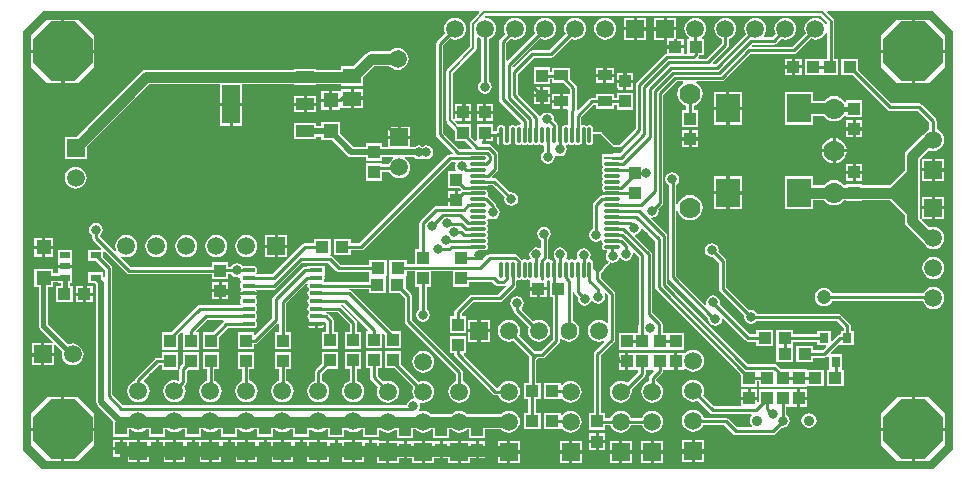
<source format=gbl>
%FSAX24Y24*%
%MOIN*%
G70*
G01*
G75*
G04 Layer_Physical_Order=2*
G04 Layer_Color=16711680*
%ADD10R,0.0433X0.0394*%
%ADD11R,0.0394X0.0433*%
%ADD12R,0.0315X0.0315*%
%ADD13R,0.0846X0.0157*%
%ADD14R,0.0846X0.0157*%
%ADD15R,0.0472X0.0472*%
%ADD16R,0.0591X0.1299*%
%ADD17R,0.0591X0.0394*%
%ADD18R,0.0197X0.0886*%
%ADD19R,0.0807X0.1575*%
%ADD20R,0.0807X0.1378*%
%ADD21R,0.0807X0.1378*%
%ADD22R,0.0315X0.0591*%
%ADD23R,0.0591X0.0512*%
%ADD24C,0.0100*%
%ADD25C,0.0150*%
%ADD26C,0.0080*%
%ADD27C,0.0350*%
%ADD28C,0.0250*%
%ADD29C,0.0200*%
%ADD30C,0.0591*%
%ADD31R,0.0591X0.0591*%
%ADD32R,0.0591X0.0591*%
%ADD33P,0.2131X8X22.5*%
%ADD34C,0.0700*%
%ADD35O,0.0551X0.0591*%
%ADD36C,0.0500*%
%ADD37C,0.0472*%
%ADD38C,0.0315*%
%ADD39C,0.0276*%
%ADD40C,0.0350*%
%ADD41C,0.0354*%
%ADD42R,0.0787X0.0945*%
%ADD43R,0.0472X0.0354*%
%ADD44O,0.0551X0.0110*%
%ADD45R,0.0551X0.0110*%
%ADD46O,0.0110X0.0551*%
%ADD47O,0.0551X0.0110*%
%ADD48R,0.0433X0.0157*%
%ADD49O,0.0433X0.0157*%
%ADD50R,0.0315X0.0354*%
%ADD51R,0.0354X0.0236*%
%ADD52C,0.0070*%
%ADD53C,0.0090*%
G36*
X040490Y025349D02*
X040707D01*
Y025580D01*
X040857D01*
Y025603D01*
X040985D01*
Y025553D01*
X041035D01*
Y025216D01*
X041075Y025242D01*
X041091D01*
X041133Y025215D01*
X041182Y025205D01*
X041230Y025215D01*
X041272Y025242D01*
X041288D01*
X041328Y025216D01*
Y025553D01*
X041428D01*
Y025216D01*
X041469Y025242D01*
X041485D01*
X041526Y025215D01*
X041575Y025205D01*
X041624Y025215D01*
X041665Y025242D01*
X041682D01*
X041723Y025215D01*
X041772Y025205D01*
X041821Y025215D01*
X041862Y025242D01*
X041879D01*
X041920Y025215D01*
X041969Y025205D01*
X042018Y025215D01*
X042059Y025242D01*
X042076D01*
X042117Y025215D01*
X042166Y025205D01*
X042215Y025215D01*
X042256Y025242D01*
X042272D01*
X042314Y025215D01*
X042363Y025205D01*
X042398Y025212D01*
X042437Y025181D01*
Y025028D01*
X042386Y024994D01*
X042336Y024919D01*
X042318Y024830D01*
X042336Y024741D01*
X042386Y024666D01*
X042461Y024616D01*
X042550Y024598D01*
X042639Y024616D01*
X042714Y024666D01*
X042764Y024741D01*
X042782Y024830D01*
X042774Y024868D01*
X042816Y024896D01*
X042861Y024866D01*
X042950Y024848D01*
X043039Y024866D01*
X043114Y024916D01*
X043164Y024991D01*
X043182Y025080D01*
X043164Y025169D01*
X043145Y025198D01*
X043150Y025205D01*
X043199Y025215D01*
X043240Y025242D01*
X043257D01*
X043298Y025215D01*
X043347Y025205D01*
X043396Y025215D01*
X043437Y025242D01*
X043453D01*
X043495Y025215D01*
X043544Y025205D01*
X043593Y025215D01*
X043634Y025242D01*
X043650D01*
X043691Y025216D01*
Y025553D01*
X043791D01*
Y025216D01*
X043831Y025242D01*
X043847D01*
X043889Y025215D01*
X043937Y025205D01*
X043986Y025215D01*
X044028Y025242D01*
X044055Y025284D01*
X044065Y025333D01*
Y025580D01*
X044303D01*
X044309Y025579D01*
X044315Y025575D01*
X044709Y025181D01*
X044730Y025160D01*
X044985D01*
X045004Y025114D01*
X044830Y024940D01*
X044720D01*
Y024911D01*
X044360D01*
Y024660D01*
X044360Y024660D01*
X044360D01*
X044370Y024642D01*
X044367Y024637D01*
X044357Y024589D01*
X044367Y024540D01*
X044394Y024498D01*
Y024482D01*
X044367Y024441D01*
X044357Y024392D01*
X044367Y024343D01*
X044394Y024302D01*
Y024285D01*
X044367Y024244D01*
X044357Y024195D01*
X044367Y024146D01*
X044394Y024105D01*
Y024088D01*
X044367Y024047D01*
X044357Y023998D01*
X044367Y023949D01*
X044394Y023908D01*
Y023891D01*
X044367Y023850D01*
X044357Y023801D01*
X044367Y023752D01*
X044394Y023711D01*
Y023695D01*
X044368Y023654D01*
X044705D01*
Y023554D01*
X044368D01*
X044367Y023556D01*
X044364Y023567D01*
X044348Y023543D01*
X044316Y023522D01*
X044311Y023521D01*
X044271Y023494D01*
X044081Y023304D01*
X044054Y023264D01*
X044045Y023217D01*
Y022417D01*
X043996Y022384D01*
X043946Y022309D01*
X043928Y022220D01*
X043946Y022131D01*
X043996Y022056D01*
X044071Y022006D01*
X044160Y021988D01*
X044249Y022006D01*
X044301Y022041D01*
X044352Y022031D01*
X044357Y022028D01*
X044367Y021981D01*
X044394Y021939D01*
Y021923D01*
X044367Y021881D01*
X044357Y021833D01*
X044367Y021784D01*
X044394Y021742D01*
X044436Y021715D01*
X044485Y021705D01*
X044507D01*
X044531Y021661D01*
X044496Y021609D01*
X044478Y021520D01*
X044496Y021431D01*
X044546Y021356D01*
X044575Y021336D01*
X044574Y021333D01*
X044570Y021326D01*
X044562Y021305D01*
X044561Y021304D01*
X044560Y021300D01*
X044557Y021298D01*
X044557Y021297D01*
X044514Y021254D01*
X044511Y021252D01*
X044507Y021248D01*
X044506Y021247D01*
X044449Y021204D01*
X044449Y021204D01*
X044442Y021198D01*
X044436Y021191D01*
X044436Y021191D01*
X044393Y021134D01*
X044392Y021133D01*
X044388Y021129D01*
X044386Y021126D01*
X044375Y021115D01*
X044220Y020960D01*
X044065Y021115D01*
Y021285D01*
X044055Y021334D01*
X044028Y021376D01*
X043986Y021403D01*
X043937Y021413D01*
X043930Y021424D01*
X043954Y021461D01*
X043972Y021550D01*
X043954Y021639D01*
X043904Y021714D01*
X043829Y021764D01*
X043740Y021782D01*
X043651Y021764D01*
X043576Y021714D01*
X043526Y021639D01*
X043508Y021550D01*
X043526Y021461D01*
X043531Y021453D01*
X043512Y021407D01*
X043495Y021403D01*
X043453Y021376D01*
X043437D01*
X043396Y021403D01*
X043347Y021413D01*
X043298Y021403D01*
X043257Y021376D01*
X043240D01*
X043199Y021403D01*
X043150Y021413D01*
X043139Y021429D01*
X043174Y021481D01*
X043192Y021570D01*
X043174Y021659D01*
X043124Y021734D01*
X043049Y021784D01*
X042960Y021802D01*
X042871Y021784D01*
X042796Y021734D01*
X042746Y021659D01*
X042728Y021570D01*
X042746Y021481D01*
X042762Y021457D01*
X042743Y021410D01*
X042756Y021413D01*
X042798Y021405D01*
X042806Y021399D01*
Y021065D01*
X042706D01*
Y021402D01*
X042666Y021376D01*
X042650D01*
X042608Y021403D01*
X042561Y021413D01*
X042570Y021455D01*
D01*
D01*
D01*
D01*
D01*
X042570D01*
D01*
D01*
D01*
D01*
Y021455D01*
X042570D01*
D01*
Y021455D01*
D01*
D01*
D01*
D01*
D01*
D01*
D01*
D01*
D01*
D01*
D01*
D01*
Y021455D01*
D01*
X042570D01*
D01*
D01*
D01*
D01*
X042570Y021455D01*
Y022087D01*
X042584Y022096D01*
X042634Y022171D01*
X042652Y022260D01*
X042634Y022349D01*
X042584Y022424D01*
X042509Y022474D01*
X042420Y022492D01*
X042331Y022474D01*
X042256Y022424D01*
X042206Y022349D01*
X042188Y022260D01*
X042206Y022171D01*
X042256Y022096D01*
X042325Y022050D01*
Y021793D01*
X042281Y021769D01*
X042259Y021784D01*
X042170Y021802D01*
X042081Y021784D01*
X042006Y021734D01*
X041956Y021659D01*
X041938Y021570D01*
X041956Y021481D01*
X041973Y021456D01*
X041953Y021410D01*
X041920Y021403D01*
X041879Y021376D01*
X041862D01*
X041821Y021403D01*
X041772Y021413D01*
X041723Y021403D01*
X041691Y021382D01*
X041688Y021383D01*
X041662Y021423D01*
X041662Y021423D01*
X041662D01*
Y021423D01*
D01*
D01*
D01*
X041662Y021423D01*
X041662Y021423D01*
X041537Y021547D01*
X041498Y021574D01*
X041451Y021583D01*
X040621D01*
X040574Y021574D01*
X040553Y021560D01*
X040230D01*
Y021705D01*
X040437D01*
X040486Y021715D01*
X040528Y021742D01*
X040555Y021784D01*
X040565Y021833D01*
X040555Y021881D01*
X040528Y021923D01*
Y021939D01*
X040555Y021981D01*
X040565Y022030D01*
X040555Y022078D01*
X040528Y022120D01*
Y022136D01*
X040555Y022178D01*
X040565Y022226D01*
X040555Y022275D01*
X040528Y022317D01*
Y022333D01*
X040555Y022374D01*
X040565Y022423D01*
X040555Y022472D01*
X040528Y022513D01*
Y022530D01*
X040555Y022571D01*
X040565Y022620D01*
X040555Y022669D01*
X040528Y022710D01*
Y022727D01*
X040553Y022765D01*
X040602Y022775D01*
X040631Y022756D01*
X040720Y022738D01*
X040809Y022756D01*
X040884Y022806D01*
X040934Y022881D01*
X040952Y022970D01*
X040934Y023059D01*
X040884Y023134D01*
X040832Y023169D01*
Y023190D01*
X040823Y023237D01*
X040797Y023277D01*
X040579Y023494D01*
X040539Y023521D01*
X040536Y023527D01*
X040555Y023556D01*
X040565Y023604D01*
X040555Y023653D01*
X040528Y023695D01*
Y023711D01*
X040554Y023751D01*
X040217D01*
Y023851D01*
X040554D01*
X040555Y023850D01*
X040569Y023876D01*
X040704D01*
X041108Y023472D01*
X041098Y023420D01*
X041116Y023331D01*
X041166Y023256D01*
X041241Y023206D01*
X041330Y023188D01*
X041419Y023206D01*
X041494Y023256D01*
X041544Y023331D01*
X041562Y023420D01*
X041544Y023509D01*
X041494Y023584D01*
X041419Y023634D01*
X041330Y023652D01*
X041283Y023643D01*
X040842Y024085D01*
X040802Y024111D01*
X040755Y024120D01*
X040709D01*
X040690Y024167D01*
X040869Y024346D01*
X040896Y024386D01*
D01*
D01*
D01*
Y024386D01*
X040896D01*
D01*
D01*
D01*
D01*
X040896D01*
D01*
D01*
D01*
D01*
Y024386D01*
X040896D01*
D01*
Y024386D01*
D01*
D01*
D01*
D01*
D01*
D01*
D01*
D01*
D01*
D01*
D01*
D01*
Y024386D01*
D01*
X040896D01*
D01*
D01*
D01*
D01*
X040896Y024386D01*
X040905Y024433D01*
Y024928D01*
X040896Y024975D01*
X040869Y025015D01*
X040869Y025015D01*
D01*
D01*
D01*
D01*
X040869Y025015D01*
D01*
D01*
X040869D01*
X040667Y025217D01*
X040627Y025244D01*
X040580Y025253D01*
X040370D01*
Y025349D01*
X040390D01*
Y025635D01*
X040490D01*
Y025349D01*
D02*
G37*
G36*
X042214Y018184D02*
X042086Y018056D01*
X042040Y018075D01*
Y018230D01*
X042195D01*
X042214Y018184D01*
D02*
G37*
G36*
X051858Y029331D02*
Y029247D01*
X051809Y029237D01*
X051789Y029284D01*
X051731Y029361D01*
X051654Y029419D01*
X051565Y029456D01*
X051470Y029468D01*
X051375Y029456D01*
X051286Y029419D01*
X051209Y029361D01*
X051151Y029284D01*
X051114Y029195D01*
X051102Y029100D01*
X051114Y029005D01*
X051140Y028943D01*
X050689Y028492D01*
X049371D01*
X049352Y028539D01*
X049376Y028562D01*
X050075D01*
X050122Y028572D01*
X050161Y028598D01*
X050327Y028764D01*
X050375Y028744D01*
X050470Y028732D01*
X050565Y028744D01*
X050654Y028781D01*
X050731Y028839D01*
X050789Y028916D01*
X050826Y029005D01*
X050838Y029100D01*
X050826Y029195D01*
X050789Y029284D01*
X050731Y029361D01*
X050654Y029419D01*
X050565Y029456D01*
X050470Y029468D01*
X050375Y029456D01*
X050286Y029419D01*
X050209Y029361D01*
X050151Y029284D01*
X050114Y029195D01*
X050102Y029100D01*
X050114Y029005D01*
X050146Y028929D01*
X050024Y028807D01*
X049762D01*
X049740Y028852D01*
X049789Y028916D01*
X049826Y029005D01*
X049838Y029100D01*
X049826Y029195D01*
X049789Y029284D01*
X049731Y029361D01*
X049654Y029419D01*
X049565Y029456D01*
X049470Y029468D01*
X049375Y029456D01*
X049286Y029419D01*
X049209Y029361D01*
X049151Y029284D01*
X049114Y029195D01*
X049102Y029100D01*
X049114Y029005D01*
X049149Y028922D01*
X048149Y027922D01*
X048071D01*
X048052Y027969D01*
X048557Y028473D01*
X048583Y028513D01*
X048592Y028560D01*
D01*
D01*
D01*
D01*
D01*
X048592D01*
D01*
D01*
D01*
D01*
Y028560D01*
X048592D01*
D01*
Y028560D01*
D01*
D01*
D01*
D01*
D01*
D01*
D01*
D01*
D01*
D01*
D01*
D01*
Y028560D01*
D01*
X048592D01*
D01*
D01*
D01*
D01*
X048592Y028560D01*
Y028755D01*
X048654Y028781D01*
X048731Y028839D01*
X048789Y028916D01*
X048826Y029005D01*
X048838Y029100D01*
X048826Y029195D01*
X048789Y029284D01*
X048731Y029361D01*
X048654Y029419D01*
X048565Y029456D01*
X048470Y029468D01*
X048375Y029456D01*
X048286Y029419D01*
X048209Y029361D01*
X048151Y029284D01*
X048114Y029195D01*
X048102Y029100D01*
X048114Y029005D01*
X048151Y028916D01*
X048209Y028839D01*
X048286Y028781D01*
X048348Y028755D01*
Y028611D01*
X047829Y028092D01*
X047580D01*
X047561Y028138D01*
X047577Y028162D01*
X047588Y028178D01*
X047597Y028223D01*
X047761D01*
Y028757D01*
X047701D01*
X047685Y028804D01*
X047731Y028839D01*
X047789Y028916D01*
X047826Y029005D01*
X047838Y029100D01*
X047826Y029195D01*
X047789Y029284D01*
X047731Y029361D01*
X047654Y029419D01*
X047565Y029456D01*
X047470Y029468D01*
X047375Y029456D01*
X047286Y029419D01*
X047209Y029361D01*
X047151Y029284D01*
X047114Y029195D01*
X047102Y029100D01*
X047114Y029005D01*
X047151Y028916D01*
X047209Y028839D01*
X047255Y028804D01*
X047239Y028757D01*
X047188D01*
Y028262D01*
X047092D01*
Y028440D01*
X046519D01*
Y028262D01*
X046518D01*
X046472Y028253D01*
X046432Y028227D01*
X045513Y027308D01*
X045487Y027268D01*
X045478Y027222D01*
Y025771D01*
X044938Y025231D01*
X044760D01*
X044365Y025626D01*
X044360Y025629D01*
X044355Y025634D01*
X044349Y025638D01*
X044349Y025638D01*
X044349Y025638D01*
X044343Y025641D01*
X044342Y025641D01*
X044342Y025641D01*
X044338Y025643D01*
X044331Y025646D01*
X044330Y025646D01*
X044330Y025646D01*
X044323Y025649D01*
X044323D01*
X044323Y025649D01*
X044317Y025650D01*
X044310D01*
X044303Y025651D01*
X044065D01*
Y025774D01*
X044055Y025822D01*
X044028Y025864D01*
X043986Y025891D01*
X043937Y025901D01*
X043889Y025891D01*
X043847Y025864D01*
X043831D01*
X043789Y025891D01*
X043741Y025901D01*
X043705Y025894D01*
X043666Y025926D01*
Y026143D01*
X044077Y026554D01*
X044143D01*
Y026429D01*
X044756D01*
Y026554D01*
X044853D01*
Y026389D01*
X045387D01*
Y026962D01*
X044853D01*
Y026798D01*
X044756D01*
Y026923D01*
X044143D01*
Y026798D01*
X044026D01*
X043979Y026789D01*
X043939Y026762D01*
X043569Y026392D01*
X043522Y026411D01*
Y027135D01*
X043513Y027182D01*
X043487Y027221D01*
X043487Y027221D01*
D01*
D01*
D01*
D01*
X043487Y027221D01*
D01*
D01*
X043487D01*
X043299Y027409D01*
Y027789D01*
X042686D01*
Y027657D01*
X042607D01*
Y027821D01*
X042073D01*
Y027248D01*
X042607D01*
Y027412D01*
X042686D01*
Y027295D01*
X043067D01*
X043278Y027084D01*
Y026923D01*
X043043D01*
Y026676D01*
Y026429D01*
X043201D01*
X043233Y026390D01*
X043224Y026347D01*
Y025926D01*
X043186Y025894D01*
X043150Y025901D01*
X043101Y025891D01*
X043060Y025864D01*
X043043D01*
X043003Y025891D01*
Y025553D01*
X042903D01*
Y025891D01*
X042904Y025891D01*
X042869Y025921D01*
Y025921D01*
X042869Y025921D01*
X042843Y025960D01*
X042754Y026049D01*
X042762Y026090D01*
X042744Y026179D01*
X042694Y026254D01*
X042619Y026304D01*
X042530Y026322D01*
X042441Y026304D01*
X042366Y026254D01*
X042323Y026190D01*
X042273Y026190D01*
X042252Y026221D01*
X042252Y026221D01*
X042252D01*
X042252Y026221D01*
Y026221D01*
X041542Y026931D01*
Y027589D01*
X042081Y028128D01*
X042640D01*
X042687Y028137D01*
X042727Y028163D01*
Y028163D01*
X042727D01*
D01*
D01*
D01*
D01*
D01*
D01*
X042727D01*
D01*
X042727D01*
Y028163D01*
D01*
D01*
D01*
D01*
Y028163D01*
D01*
D01*
D01*
D01*
D01*
D01*
Y028163D01*
D01*
D01*
X042727D01*
D01*
D01*
D01*
X043324Y028761D01*
X043365Y028744D01*
X043460Y028732D01*
X043555Y028744D01*
X043644Y028781D01*
X043721Y028839D01*
X043779Y028916D01*
X043816Y029005D01*
X043828Y029100D01*
X043816Y029195D01*
X043779Y029284D01*
X043721Y029361D01*
X043644Y029419D01*
X043555Y029456D01*
X043460Y029468D01*
X043365Y029456D01*
X043276Y029419D01*
X043199Y029361D01*
X043141Y029284D01*
X043104Y029195D01*
X043092Y029100D01*
X043104Y029005D01*
X043139Y028922D01*
X042589Y028372D01*
X042030D01*
X041983Y028363D01*
X041943Y028337D01*
X041409Y027802D01*
X041362Y027821D01*
Y027839D01*
X042296Y028773D01*
X042365Y028744D01*
X042460Y028732D01*
X042555Y028744D01*
X042644Y028781D01*
X042721Y028839D01*
X042779Y028916D01*
X042816Y029005D01*
X042828Y029100D01*
X042816Y029195D01*
X042779Y029284D01*
X042721Y029361D01*
X042644Y029419D01*
X042555Y029456D01*
X042460Y029468D01*
X042365Y029456D01*
X042276Y029419D01*
X042199Y029361D01*
X042141Y029284D01*
X042104Y029195D01*
X042092Y029100D01*
X042104Y029005D01*
X042127Y028950D01*
X041209Y028032D01*
X041162Y028051D01*
Y028609D01*
X041317Y028764D01*
X041365Y028744D01*
X041460Y028732D01*
X041555Y028744D01*
X041644Y028781D01*
X041721Y028839D01*
X041779Y028916D01*
X041816Y029005D01*
X041828Y029100D01*
X041816Y029195D01*
X041779Y029284D01*
X041721Y029361D01*
X041644Y029419D01*
X041555Y029456D01*
X041460Y029468D01*
X041365Y029456D01*
X041276Y029419D01*
X041199Y029361D01*
X041141Y029284D01*
X041104Y029195D01*
X041092Y029100D01*
X041104Y029005D01*
X041136Y028929D01*
X040953Y028746D01*
X040940Y028725D01*
X040927Y028707D01*
X040927Y028706D01*
X040927Y028706D01*
X040922Y028683D01*
X040918Y028660D01*
Y026740D01*
X040918Y026740D01*
X040918D01*
X040927Y026693D01*
X040953Y026654D01*
X041641Y025966D01*
X041638Y025916D01*
X041611Y025894D01*
X041575Y025901D01*
X041526Y025891D01*
X041485Y025864D01*
X041469D01*
X041427Y025891D01*
X041378Y025901D01*
X041330Y025891D01*
X041288Y025864D01*
X041272D01*
X041231Y025891D01*
Y025553D01*
X041132D01*
Y025891D01*
X041091Y025864D01*
X041075D01*
X041033Y025891D01*
X040985Y025901D01*
X040936Y025891D01*
X040894Y025864D01*
X040867Y025822D01*
X040857Y025774D01*
Y025676D01*
X040707D01*
Y025922D01*
X040173D01*
Y025385D01*
X040127Y025366D01*
X039997Y025496D01*
Y025922D01*
X039557D01*
X039463Y026016D01*
Y026017D01*
X039463Y026018D01*
X039488Y026018D01*
X039488Y026018D01*
X039488Y026018D01*
X039488Y026018D01*
Y026018D01*
D01*
X039680D01*
Y026255D01*
X039463D01*
Y026081D01*
X039434Y026069D01*
X039392Y026096D01*
Y027614D01*
X040144Y028365D01*
X040144Y028365D01*
X040168Y028402D01*
X040177Y028445D01*
X040177Y028445D01*
Y028800D01*
X040222Y028822D01*
X040276Y028781D01*
X040338Y028755D01*
X040338Y027359D01*
X040286Y027324D01*
X040236Y027249D01*
X040218Y027160D01*
X040236Y027071D01*
X040286Y026996D01*
X040361Y026946D01*
X040450Y026928D01*
X040539Y026946D01*
X040614Y026996D01*
X040664Y027071D01*
X040682Y027160D01*
X040664Y027249D01*
X040614Y027324D01*
X040582Y027345D01*
X040582Y028755D01*
X040644Y028781D01*
X040721Y028839D01*
X040779Y028916D01*
X040816Y029005D01*
X040828Y029100D01*
X040816Y029195D01*
X040779Y029284D01*
X040721Y029361D01*
X040644Y029419D01*
X040555Y029456D01*
X040460Y029468D01*
X040442Y029504D01*
X040471Y029533D01*
X051656D01*
X051858Y029331D01*
D02*
G37*
G36*
X056039Y029026D02*
Y015068D01*
X055404Y014433D01*
X025698D01*
X025063Y015068D01*
Y029026D01*
X025708Y029671D01*
X040242D01*
X040261Y029625D01*
X039997Y029362D01*
X039975Y029347D01*
X039951Y029311D01*
X039943Y029268D01*
Y028932D01*
X039943Y028932D01*
X039951Y028889D01*
X039953Y028887D01*
Y028491D01*
X039201Y027739D01*
X039176Y027703D01*
X039168Y027660D01*
X039168Y027660D01*
Y026040D01*
X039168Y026040D01*
X039176Y025997D01*
X039201Y025961D01*
X039463Y025698D01*
Y025349D01*
X039798D01*
X040018Y025129D01*
X039999Y025083D01*
X039924D01*
X039898Y025078D01*
X039605D01*
X039062Y025621D01*
Y028529D01*
X039303Y028770D01*
X039365Y028744D01*
X039460Y028732D01*
X039555Y028744D01*
X039644Y028781D01*
X039721Y028839D01*
X039779Y028916D01*
X039816Y029005D01*
X039828Y029100D01*
X039816Y029195D01*
X039779Y029284D01*
X039721Y029361D01*
X039644Y029419D01*
X039555Y029456D01*
X039460Y029468D01*
X039365Y029456D01*
X039276Y029419D01*
X039199Y029361D01*
X039141Y029284D01*
X039104Y029195D01*
X039092Y029100D01*
X039104Y029005D01*
X039130Y028943D01*
X038853Y028667D01*
X038827Y028627D01*
X038818Y028580D01*
Y025570D01*
X038818Y025570D01*
X038818D01*
X038827Y025523D01*
X038853Y025483D01*
X039383Y024954D01*
X039364Y024908D01*
X039285D01*
X039239Y024898D01*
X039199Y024872D01*
X036279Y021952D01*
X035991D01*
Y022097D01*
X035418D01*
Y021563D01*
X035991D01*
Y021708D01*
X036330D01*
X036377Y021717D01*
X036417Y021743D01*
Y021743D01*
X036417D01*
D01*
D01*
D01*
D01*
D01*
D01*
X036417D01*
D01*
X036417D01*
Y021743D01*
D01*
D01*
D01*
D01*
Y021743D01*
D01*
D01*
D01*
D01*
D01*
D01*
Y021743D01*
D01*
D01*
X036417D01*
D01*
D01*
D01*
X039336Y024663D01*
X039457D01*
X039481Y024619D01*
X039466Y024597D01*
X039448Y024508D01*
X039466Y024419D01*
X039482Y024394D01*
X039459Y024350D01*
X039234D01*
Y023777D01*
X039615D01*
X039665Y023727D01*
X039645Y023681D01*
X039551D01*
Y023394D01*
X039501D01*
Y023344D01*
X039234D01*
Y023182D01*
X038838D01*
X038791Y023173D01*
X038751Y023147D01*
X038303Y022699D01*
X038277Y022659D01*
X038268Y022612D01*
Y021741D01*
X038123D01*
Y021237D01*
X037841D01*
Y021397D01*
X037268D01*
Y020863D01*
X037268D01*
Y020837D01*
X037248Y020817D01*
X037248D01*
Y020283D01*
X037628D01*
X037778Y020134D01*
Y019340D01*
X037778Y019340D01*
X037778D01*
X037787Y019293D01*
X037813Y019253D01*
X039478Y017589D01*
Y017345D01*
X039416Y017319D01*
X039339Y017261D01*
X039281Y017184D01*
X039244Y017095D01*
X039232Y017000D01*
X039244Y016905D01*
X039281Y016816D01*
X039339Y016739D01*
X039416Y016681D01*
X039505Y016644D01*
X039600Y016632D01*
X039695Y016644D01*
X039784Y016681D01*
X039861Y016739D01*
X039919Y016816D01*
X039956Y016905D01*
X039968Y017000D01*
X039956Y017095D01*
X039919Y017184D01*
X039861Y017261D01*
X039784Y017319D01*
X039722Y017345D01*
Y017640D01*
X039713Y017687D01*
X039687Y017727D01*
X038022Y019391D01*
Y020185D01*
X038013Y020231D01*
X038002Y020247D01*
X037987Y020271D01*
X037821Y020436D01*
Y020817D01*
X037821D01*
Y020843D01*
X037841Y020863D01*
X037841D01*
Y021003D01*
X038123D01*
Y020499D01*
X038268D01*
Y019742D01*
X038226Y019714D01*
X038176Y019639D01*
X038158Y019550D01*
X038176Y019461D01*
X038226Y019386D01*
X038301Y019336D01*
X038390Y019318D01*
X038479Y019336D01*
X038554Y019386D01*
X038604Y019461D01*
X038622Y019550D01*
X038604Y019639D01*
X038554Y019714D01*
X038512Y019742D01*
Y020499D01*
X038657D01*
Y021003D01*
X039383D01*
Y020499D01*
X039917D01*
Y020663D01*
X040694D01*
X040803Y020553D01*
X040843Y020527D01*
X040890Y020518D01*
X041070D01*
X041117Y020527D01*
X041137Y020541D01*
X041169Y020502D01*
X040899Y020232D01*
X040020D01*
X039973Y020223D01*
X039933Y020197D01*
X039463Y019727D01*
X039437Y019687D01*
X039428Y019640D01*
Y019511D01*
X039273D01*
Y018938D01*
X039807D01*
Y019511D01*
X039672D01*
Y019589D01*
X040071Y019988D01*
X040950D01*
X040997Y019997D01*
X041037Y020023D01*
X041465Y020452D01*
X041491Y020492D01*
X041501Y020538D01*
Y020692D01*
X041539Y020724D01*
X041575Y020717D01*
X041624Y020727D01*
X041665Y020754D01*
X041682D01*
X041723Y020727D01*
X041772Y020717D01*
X041821Y020727D01*
X041862Y020754D01*
X041879D01*
X041920Y020727D01*
X041939Y020723D01*
Y020687D01*
X041939D01*
Y020470D01*
X042512D01*
Y020687D01*
D01*
D01*
X042512Y020687D01*
D01*
D01*
D01*
D01*
X042551Y020719D01*
X042559Y020717D01*
X042566Y020718D01*
X042607Y020690D01*
X042608Y020687D01*
X042608Y020687D01*
X042608Y020687D01*
Y020153D01*
X042708D01*
Y018751D01*
X042309Y018352D01*
X042101D01*
X041580Y018873D01*
X041606Y018935D01*
X041618Y019030D01*
X041606Y019125D01*
X041569Y019214D01*
X041511Y019291D01*
X041434Y019349D01*
X041345Y019386D01*
X041250Y019398D01*
X041155Y019386D01*
X041066Y019349D01*
X040989Y019291D01*
X040931Y019214D01*
X040894Y019125D01*
X040882Y019030D01*
X040894Y018935D01*
X040931Y018846D01*
X040989Y018769D01*
X041066Y018711D01*
X041155Y018674D01*
X041250Y018662D01*
X041345Y018674D01*
X041407Y018700D01*
X041924Y018183D01*
Y017287D01*
X041739D01*
Y016753D01*
X041903D01*
Y016287D01*
X041739D01*
Y015753D01*
X042312D01*
Y016287D01*
X042148D01*
Y016753D01*
X042312D01*
Y017287D01*
X042169D01*
Y018038D01*
X042239Y018108D01*
X042360D01*
X042407Y018117D01*
X042447Y018143D01*
X042917Y018613D01*
X042943Y018653D01*
X042952Y018700D01*
Y018753D01*
X043000Y018769D01*
X043004Y018764D01*
X043076Y018708D01*
X043160Y018674D01*
X043250Y018662D01*
X043340Y018674D01*
X043424Y018708D01*
X043496Y018764D01*
X043552Y018836D01*
X043587Y018920D01*
X043599Y019010D01*
Y019050D01*
X043587Y019140D01*
X043552Y019224D01*
X043496Y019296D01*
X043424Y019352D01*
X043372Y019373D01*
Y020318D01*
X043422Y020322D01*
X043431Y020279D01*
X043457Y020240D01*
X043556Y020141D01*
X043548Y020100D01*
X043566Y020011D01*
X043616Y019936D01*
X043691Y019886D01*
X043780Y019868D01*
X043869Y019886D01*
X043944Y019936D01*
X043994Y020011D01*
X043996Y020018D01*
X044045Y020028D01*
X044066Y019996D01*
X044141Y019946D01*
X044230Y019928D01*
X044319Y019946D01*
X044394Y019996D01*
X044444Y020071D01*
X044462Y020160D01*
X044444Y020249D01*
X044437Y020259D01*
X044476Y020291D01*
X044558Y020209D01*
Y019307D01*
X044511Y019291D01*
X044434Y019349D01*
X044345Y019386D01*
X044250Y019398D01*
X044155Y019386D01*
X044066Y019349D01*
X043989Y019291D01*
X043931Y019214D01*
X043894Y019125D01*
X043882Y019030D01*
X043894Y018935D01*
X043931Y018846D01*
X043989Y018769D01*
X044066Y018711D01*
X044155Y018674D01*
X044250Y018662D01*
X044345Y018674D01*
X044407Y018700D01*
X044435Y018658D01*
X044113Y018337D01*
X044087Y018297D01*
X044078Y018250D01*
Y016291D01*
X043933D01*
Y015718D01*
X044467D01*
Y015878D01*
X044635D01*
X044661Y015816D01*
X044719Y015739D01*
X044796Y015681D01*
X044885Y015644D01*
X044980Y015632D01*
X045075Y015644D01*
X045164Y015681D01*
X045241Y015739D01*
X045299Y015816D01*
X045325Y015878D01*
X045685D01*
X045711Y015816D01*
X045769Y015739D01*
X045846Y015681D01*
X045935Y015644D01*
X046030Y015632D01*
X046125Y015644D01*
X046214Y015681D01*
X046291Y015739D01*
X046349Y015816D01*
X046386Y015905D01*
X046398Y016000D01*
X046386Y016095D01*
X046349Y016184D01*
X046291Y016261D01*
X046214Y016319D01*
X046125Y016356D01*
X046030Y016368D01*
X045935Y016356D01*
X045846Y016319D01*
X045769Y016261D01*
X045711Y016184D01*
X045685Y016122D01*
X045325D01*
X045299Y016184D01*
X045241Y016261D01*
X045164Y016319D01*
X045075Y016356D01*
X044980Y016368D01*
X044885Y016356D01*
X044796Y016319D01*
X044719Y016261D01*
X044661Y016184D01*
X044635Y016122D01*
X044467D01*
Y016291D01*
X044322D01*
Y018199D01*
X044767Y018643D01*
X044782Y018667D01*
X044793Y018683D01*
X044802Y018730D01*
Y020260D01*
X044793Y020307D01*
X044767Y020347D01*
X044312Y020801D01*
Y020951D01*
X044425Y021065D01*
X044437Y021076D01*
X044439Y021079D01*
X044442Y021082D01*
X044444Y021085D01*
X044446Y021087D01*
X044448Y021090D01*
X044449Y021091D01*
X044493Y021147D01*
X044549Y021191D01*
X044550Y021192D01*
X044550Y021192D01*
X044553Y021194D01*
X044555Y021196D01*
X044558Y021198D01*
X044561Y021201D01*
X044564Y021203D01*
X044607Y021246D01*
X044609Y021250D01*
X044610Y021250D01*
X044611Y021251D01*
X044612Y021252D01*
X044615Y021255D01*
X044617Y021260D01*
X044620Y021263D01*
X044620Y021264D01*
Y021264D01*
X044620Y021264D01*
X044621Y021266D01*
X044623Y021269D01*
X044625Y021273D01*
X044627Y021276D01*
X044627Y021277D01*
X044629Y021280D01*
X044634Y021295D01*
X044635Y021295D01*
X044637Y021301D01*
X044638Y021302D01*
X044710Y021288D01*
X044799Y021306D01*
X044874Y021356D01*
X044924Y021431D01*
X044926Y021442D01*
X044975Y021452D01*
X044986Y021436D01*
X045061Y021386D01*
X045150Y021368D01*
X045239Y021386D01*
X045314Y021436D01*
X045364Y021511D01*
X045382Y021600D01*
X045376Y021630D01*
X045420Y021653D01*
X045578Y021496D01*
Y019273D01*
X045574Y019257D01*
X045570Y019235D01*
Y018961D01*
X045447D01*
Y018961D01*
X044913D01*
Y018388D01*
X045433D01*
Y018388D01*
X045967D01*
Y018388D01*
X045967D01*
X045967Y018388D01*
X046013D01*
Y018388D01*
X046547D01*
Y018388D01*
X047077D01*
Y018961D01*
X046543D01*
Y018961D01*
X046376D01*
Y019236D01*
X046367Y019283D01*
X046340Y019323D01*
X046032Y019631D01*
Y021577D01*
X046023Y021624D01*
X045997Y021663D01*
Y021663D01*
X045997Y021663D01*
D01*
D01*
D01*
X045997Y021663D01*
Y021663D01*
X045997D01*
D01*
D01*
X045997Y021663D01*
X045469Y022191D01*
X045483Y022239D01*
X045519Y022246D01*
X045594Y022296D01*
X045644Y022371D01*
X045654Y022421D01*
X045702Y022435D01*
X046118Y022019D01*
Y020490D01*
X046118Y020490D01*
X046118D01*
X046127Y020443D01*
X046153Y020403D01*
X048993Y017563D01*
Y017168D01*
X049527D01*
Y017342D01*
X049583D01*
Y017168D01*
X050643D01*
Y017168D01*
X051177D01*
Y017183D01*
X051179D01*
Y017183D01*
X051752D01*
Y017717D01*
X051179D01*
D01*
X051179D01*
X051177Y017719D01*
Y017741D01*
X050647D01*
Y017741D01*
X050320D01*
X050174Y017887D01*
X050135Y017913D01*
X050088Y017922D01*
X049221D01*
X046532Y020611D01*
Y022190D01*
X046523Y022237D01*
X046497Y022277D01*
X046001Y022772D01*
X046010Y022788D01*
X046099Y022806D01*
X046174Y022856D01*
X046224Y022931D01*
X046242Y023020D01*
X046232Y023069D01*
X046367Y023203D01*
X046393Y023243D01*
X046402Y023290D01*
Y026889D01*
X046851Y027338D01*
X047054D01*
X047070Y027290D01*
X046990Y027230D01*
X046923Y027142D01*
X046881Y027040D01*
X046866Y026930D01*
X046881Y026820D01*
X046923Y026718D01*
X046990Y026630D01*
X047078Y026563D01*
X047168Y026526D01*
Y026381D01*
X047023D01*
Y025808D01*
X047557D01*
Y026381D01*
X047412D01*
Y026526D01*
X047502Y026563D01*
X047590Y026630D01*
X047657Y026718D01*
X047699Y026820D01*
X047714Y026930D01*
X047699Y027040D01*
X047657Y027142D01*
X047590Y027230D01*
X047502Y027297D01*
X047510Y027338D01*
X048341D01*
X048388Y027347D01*
X048427Y027373D01*
X049302Y028248D01*
X050740D01*
X050787Y028257D01*
X050827Y028283D01*
Y028283D01*
X050827D01*
D01*
D01*
D01*
D01*
D01*
D01*
X050827D01*
D01*
X050827D01*
Y028283D01*
D01*
D01*
D01*
D01*
Y028283D01*
D01*
D01*
D01*
D01*
D01*
D01*
Y028283D01*
D01*
D01*
X050827D01*
D01*
D01*
D01*
X051313Y028770D01*
X051375Y028744D01*
X051470Y028732D01*
X051565Y028744D01*
X051654Y028781D01*
X051731Y028839D01*
X051789Y028916D01*
X051809Y028963D01*
X051858Y028953D01*
Y028087D01*
X051108D01*
Y027553D01*
X052232D01*
Y028087D01*
X052102D01*
Y029360D01*
X052093Y029407D01*
X052067Y029447D01*
X052027Y029473D01*
X052016Y029475D01*
X051866Y029625D01*
X051885Y029671D01*
X055394D01*
X056039Y029026D01*
D02*
G37*
%LPC*%
G36*
X030917Y018302D02*
X030383D01*
Y017916D01*
X030303Y017837D01*
X030277Y017797D01*
X030268Y017750D01*
Y017391D01*
X030226Y017363D01*
X030200Y017374D01*
X030105Y017386D01*
X030010Y017374D01*
X029921Y017337D01*
X029844Y017278D01*
X029786Y017202D01*
X029749Y017113D01*
X029737Y017018D01*
X029749Y016922D01*
X029786Y016833D01*
X029844Y016757D01*
X029921Y016699D01*
X030010Y016662D01*
X030105Y016649D01*
X030200Y016662D01*
X030289Y016699D01*
X030365Y016757D01*
X030424Y016833D01*
X030461Y016922D01*
X030473Y017018D01*
X030461Y017113D01*
X030426Y017196D01*
X030477Y017246D01*
X030503Y017286D01*
X030512Y017333D01*
Y017699D01*
X030542Y017729D01*
X030917D01*
Y018302D01*
D02*
G37*
G36*
X038400Y018368D02*
X038305Y018356D01*
X038216Y018319D01*
X038139Y018261D01*
X038081Y018184D01*
X038044Y018095D01*
X038032Y018000D01*
X038044Y017905D01*
X038081Y017816D01*
X038139Y017739D01*
X038216Y017681D01*
X038305Y017644D01*
X038400Y017632D01*
X038495Y017644D01*
X038584Y017681D01*
X038661Y017739D01*
X038719Y017816D01*
X038756Y017905D01*
X038768Y018000D01*
X038756Y018095D01*
X038719Y018184D01*
X038661Y018261D01*
X038584Y018319D01*
X038495Y018356D01*
X038400Y018368D01*
D02*
G37*
G36*
X049527Y017072D02*
X049310D01*
Y016835D01*
X049527D01*
Y017072D01*
D02*
G37*
G36*
X051177D02*
X050960D01*
Y016835D01*
X051177D01*
Y017072D01*
D02*
G37*
G36*
X043310Y017368D02*
X043215Y017356D01*
X043126Y017319D01*
X043049Y017261D01*
X043029Y017233D01*
X042981Y017249D01*
Y017287D01*
X042408D01*
Y016753D01*
X042981D01*
Y016753D01*
X043039Y016753D01*
X043049Y016739D01*
X043126Y016681D01*
X043215Y016644D01*
X043310Y016632D01*
X043405Y016644D01*
X043494Y016681D01*
X043571Y016739D01*
X043629Y016816D01*
X043666Y016905D01*
X043678Y017000D01*
X043666Y017095D01*
X043629Y017184D01*
X043571Y017261D01*
X043494Y017319D01*
X043405Y017356D01*
X043310Y017368D01*
D02*
G37*
G36*
X045130Y017955D02*
X044913D01*
Y017719D01*
X045130D01*
Y017955D01*
D02*
G37*
G36*
Y018292D02*
X044913D01*
Y018055D01*
X045130D01*
Y018292D01*
D02*
G37*
G36*
X047390Y018398D02*
X047295Y018386D01*
X047206Y018349D01*
X047129Y018291D01*
X047119Y018277D01*
X047077Y018292D01*
Y018292D01*
X047077Y018292D01*
X046860D01*
Y018005D01*
Y017719D01*
X047077D01*
Y017760D01*
X047124Y017776D01*
X047129Y017769D01*
X047206Y017711D01*
X047295Y017674D01*
X047390Y017662D01*
X047485Y017674D01*
X047574Y017711D01*
X047651Y017769D01*
X047709Y017846D01*
X047746Y017935D01*
X047758Y018030D01*
X047746Y018125D01*
X047709Y018214D01*
X047651Y018291D01*
X047574Y018349D01*
X047485Y018386D01*
X047390Y018398D01*
D02*
G37*
G36*
X026075Y018190D02*
X025760D01*
Y017875D01*
X026075D01*
Y018190D01*
D02*
G37*
G36*
X030217Y018302D02*
X029683D01*
Y018132D01*
X029530D01*
X029483Y018123D01*
X029467Y018112D01*
X029443Y018097D01*
X028813Y017467D01*
X028787Y017427D01*
X028778Y017380D01*
Y017360D01*
X028721Y017337D01*
X028644Y017278D01*
X028586Y017202D01*
X028549Y017113D01*
X028537Y017018D01*
X028549Y016922D01*
X028586Y016833D01*
X028644Y016757D01*
X028721Y016699D01*
X028810Y016662D01*
X028905Y016649D01*
X029000Y016662D01*
X029089Y016699D01*
X029165Y016757D01*
X029224Y016833D01*
X029261Y016922D01*
X029273Y017018D01*
X029261Y017113D01*
X029224Y017202D01*
X029165Y017278D01*
X029089Y017337D01*
X029089Y017337D01*
X029079Y017386D01*
X029581Y017888D01*
X029683D01*
Y017729D01*
X030217D01*
Y018302D01*
D02*
G37*
G36*
X025660Y018190D02*
X025345D01*
Y017875D01*
X025660D01*
Y018190D01*
D02*
G37*
G36*
X049210Y017072D02*
X048993D01*
Y016835D01*
X049210D01*
Y017072D01*
D02*
G37*
G36*
X043310Y016368D02*
X043215Y016356D01*
X043126Y016319D01*
X043049Y016261D01*
X043029Y016233D01*
X042981Y016249D01*
Y016287D01*
X042408D01*
Y015753D01*
X042981D01*
Y015753D01*
X043039Y015753D01*
X043049Y015739D01*
X043126Y015681D01*
X043215Y015644D01*
X043310Y015632D01*
X043405Y015644D01*
X043494Y015681D01*
X043571Y015739D01*
X043629Y015816D01*
X043666Y015905D01*
X043678Y016000D01*
X043666Y016095D01*
X043629Y016184D01*
X043571Y016261D01*
X043494Y016319D01*
X043405Y016356D01*
X043310Y016368D01*
D02*
G37*
G36*
X047390Y017398D02*
X047295Y017386D01*
X047206Y017349D01*
X047129Y017291D01*
X047071Y017214D01*
X047034Y017125D01*
X047022Y017030D01*
X047034Y016935D01*
X047071Y016846D01*
X047129Y016769D01*
X047206Y016711D01*
X047295Y016674D01*
X047390Y016662D01*
X047485Y016674D01*
X047547Y016700D01*
X047953Y016293D01*
X047993Y016267D01*
X048040Y016258D01*
X049322D01*
D01*
X049346Y016214D01*
D01*
X049291Y016132D01*
X049272Y016035D01*
X049291Y015939D01*
X049346Y015857D01*
X049356Y015850D01*
X049342Y015802D01*
X048860D01*
X048566Y016097D01*
X048526Y016123D01*
X048480Y016132D01*
X047743D01*
X047709Y016214D01*
X047651Y016291D01*
X047574Y016349D01*
X047485Y016386D01*
X047390Y016398D01*
X047295Y016386D01*
X047206Y016349D01*
X047129Y016291D01*
X047071Y016214D01*
X047034Y016125D01*
X047022Y016030D01*
X047034Y015935D01*
X047071Y015846D01*
X047129Y015769D01*
X047206Y015711D01*
X047295Y015674D01*
X047390Y015662D01*
X047485Y015674D01*
X047574Y015711D01*
X047651Y015769D01*
X047709Y015846D01*
X047726Y015888D01*
X048429D01*
X048723Y015593D01*
X048763Y015567D01*
Y015567D01*
X048763Y015567D01*
D01*
D01*
D01*
X048763D01*
Y015567D01*
D01*
X048763Y015567D01*
X048763Y015567D01*
X048810Y015558D01*
X050040D01*
X050087Y015567D01*
X050127Y015593D01*
X050339Y015806D01*
X050380Y015798D01*
X050469Y015816D01*
X050544Y015866D01*
X050594Y015941D01*
X050612Y016030D01*
X050594Y016119D01*
X050544Y016194D01*
X050502Y016222D01*
Y016499D01*
X050643D01*
Y016499D01*
X050860D01*
Y016785D01*
Y017072D01*
X050647D01*
Y017072D01*
X049583D01*
Y016683D01*
X049542Y016656D01*
X049527Y016662D01*
Y016735D01*
X048993D01*
Y016502D01*
X048091D01*
X047720Y016873D01*
X047746Y016935D01*
X047758Y017030D01*
X047746Y017125D01*
X047709Y017214D01*
X047651Y017291D01*
X047574Y017349D01*
X047485Y017386D01*
X047390Y017398D01*
D02*
G37*
G36*
X051177Y016735D02*
X050960D01*
Y016499D01*
X051177D01*
Y016735D01*
D02*
G37*
G36*
X026905Y016802D02*
X026428D01*
Y015798D01*
X027432D01*
Y016275D01*
X026905Y016802D01*
D02*
G37*
G36*
X054674D02*
X054197D01*
X053670Y016275D01*
Y015798D01*
X054674D01*
Y016802D01*
D02*
G37*
G36*
X055252D02*
X054774D01*
Y015798D01*
X055779D01*
Y016275D01*
X055252Y016802D01*
D02*
G37*
G36*
X037017Y018352D02*
X036483D01*
Y017779D01*
X036628D01*
Y017470D01*
X036637Y017423D01*
X036663Y017383D01*
X036890Y017157D01*
X036864Y017095D01*
X036852Y017000D01*
X036864Y016905D01*
X036901Y016816D01*
X036959Y016739D01*
X037036Y016681D01*
X037125Y016644D01*
X037220Y016632D01*
X037315Y016644D01*
X037404Y016681D01*
X037481Y016739D01*
X037539Y016816D01*
X037576Y016905D01*
X037588Y017000D01*
X037576Y017095D01*
X037539Y017184D01*
X037481Y017261D01*
X037404Y017319D01*
X037315Y017356D01*
X037220Y017368D01*
X037125Y017356D01*
X037063Y017330D01*
X036872Y017521D01*
Y017779D01*
X037017D01*
Y018352D01*
D02*
G37*
G36*
X031575Y018312D02*
X031042D01*
Y017739D01*
X031186D01*
Y017364D01*
X031121Y017337D01*
X031044Y017278D01*
X030986Y017202D01*
X030949Y017113D01*
X030937Y017018D01*
X030949Y016922D01*
X030986Y016833D01*
X031044Y016757D01*
X031121Y016699D01*
X031210Y016662D01*
X031305Y016649D01*
X031400Y016662D01*
X031489Y016699D01*
X031565Y016757D01*
X031624Y016833D01*
X031661Y016922D01*
X031673Y017018D01*
X031661Y017113D01*
X031624Y017202D01*
X031565Y017278D01*
X031489Y017337D01*
X031431Y017361D01*
Y017739D01*
X031575D01*
Y018312D01*
D02*
G37*
G36*
X032745D02*
X032211D01*
Y017739D01*
X032356D01*
Y017351D01*
X032321Y017337D01*
X032244Y017278D01*
X032186Y017202D01*
X032149Y017113D01*
X032137Y017018D01*
X032149Y016922D01*
X032186Y016833D01*
X032244Y016757D01*
X032321Y016699D01*
X032410Y016662D01*
X032505Y016649D01*
X032600Y016662D01*
X032689Y016699D01*
X032765Y016757D01*
X032824Y016833D01*
X032861Y016922D01*
X032873Y017018D01*
X032861Y017113D01*
X032824Y017202D01*
X032765Y017278D01*
X032689Y017337D01*
X032601Y017373D01*
Y017739D01*
X032745D01*
Y018312D01*
D02*
G37*
G36*
X033975D02*
X033442D01*
Y017739D01*
X033586D01*
Y017364D01*
X033521Y017337D01*
X033444Y017278D01*
X033386Y017202D01*
X033349Y017113D01*
X033337Y017018D01*
X033349Y016922D01*
X033386Y016833D01*
X033444Y016757D01*
X033521Y016699D01*
X033610Y016662D01*
X033705Y016649D01*
X033800Y016662D01*
X033889Y016699D01*
X033965Y016757D01*
X034024Y016833D01*
X034061Y016922D01*
X034073Y017018D01*
X034061Y017113D01*
X034024Y017202D01*
X033965Y017278D01*
X033889Y017337D01*
X033831Y017361D01*
Y017739D01*
X033975D01*
Y018312D01*
D02*
G37*
G36*
X039807Y018842D02*
X039273D01*
Y018269D01*
X039409D01*
X039428Y018250D01*
X039428Y018250D01*
D01*
X039437Y018203D01*
X039463Y018163D01*
X040713Y016913D01*
X040753Y016887D01*
X040800Y016878D01*
X040905D01*
X040931Y016816D01*
X040989Y016739D01*
X041066Y016681D01*
X041155Y016644D01*
X041250Y016632D01*
X041345Y016644D01*
X041434Y016681D01*
X041511Y016739D01*
X041569Y016816D01*
X041606Y016905D01*
X041618Y017000D01*
X041606Y017095D01*
X041569Y017184D01*
X041511Y017261D01*
X041434Y017319D01*
X041345Y017356D01*
X041250Y017368D01*
X041155Y017356D01*
X041066Y017319D01*
X040989Y017261D01*
X040931Y017184D01*
X040905Y017122D01*
X040851D01*
X039750Y018223D01*
X039770Y018269D01*
X039807D01*
Y018842D01*
D02*
G37*
G36*
X035557Y018332D02*
X035023D01*
Y017936D01*
X034814Y017727D01*
X034788Y017687D01*
X034778Y017641D01*
Y017355D01*
X034716Y017329D01*
X034639Y017271D01*
X034581Y017194D01*
X034544Y017105D01*
X034532Y017010D01*
X034544Y016915D01*
X034581Y016826D01*
X034639Y016749D01*
X034716Y016691D01*
X034805Y016654D01*
X034900Y016642D01*
X034995Y016654D01*
X035084Y016691D01*
X035161Y016749D01*
X035219Y016826D01*
X035256Y016915D01*
X035268Y017010D01*
X035256Y017105D01*
X035219Y017194D01*
X035161Y017271D01*
X035084Y017329D01*
X035023Y017354D01*
Y017590D01*
X035192Y017759D01*
X035557D01*
Y018332D01*
D02*
G37*
G36*
X036337D02*
X035803D01*
Y017759D01*
X035948D01*
Y017359D01*
X035876Y017329D01*
X035799Y017271D01*
X035741Y017194D01*
X035704Y017105D01*
X035692Y017010D01*
X035704Y016915D01*
X035741Y016826D01*
X035799Y016749D01*
X035876Y016691D01*
X035965Y016654D01*
X036060Y016642D01*
X036155Y016654D01*
X036244Y016691D01*
X036321Y016749D01*
X036379Y016826D01*
X036416Y016915D01*
X036428Y017010D01*
X036416Y017105D01*
X036379Y017194D01*
X036321Y017271D01*
X036244Y017329D01*
X036192Y017351D01*
Y017759D01*
X036337D01*
Y018332D01*
D02*
G37*
G36*
X055400Y020488D02*
X055305Y020476D01*
X055216Y020439D01*
X055139Y020381D01*
X055081Y020304D01*
X055068Y020272D01*
X052037D01*
X052023Y020304D01*
X051974Y020368D01*
X051910Y020417D01*
X051836Y020448D01*
X051756Y020459D01*
X051676Y020448D01*
X051601Y020417D01*
X051537Y020368D01*
X051488Y020304D01*
X051458Y020230D01*
X051447Y020150D01*
X051458Y020070D01*
X051488Y019996D01*
X051537Y019932D01*
X051601Y019883D01*
X051676Y019852D01*
X051756Y019841D01*
X051836Y019852D01*
X051910Y019883D01*
X051974Y019932D01*
X052023Y019996D01*
X052037Y020028D01*
X055044D01*
X055044Y020025D01*
X055081Y019936D01*
X055139Y019859D01*
X055216Y019801D01*
X055305Y019764D01*
X055400Y019752D01*
X055495Y019764D01*
X055584Y019801D01*
X055661Y019859D01*
X055719Y019936D01*
X055756Y020025D01*
X055768Y020120D01*
X055756Y020215D01*
X055719Y020304D01*
X055661Y020381D01*
X055584Y020439D01*
X055495Y020476D01*
X055400Y020488D01*
D02*
G37*
G36*
X027055Y020517D02*
X026818D01*
Y020300D01*
X027055D01*
Y020517D01*
D02*
G37*
G36*
X027391D02*
X027155D01*
Y020300D01*
X027391D01*
Y020517D01*
D02*
G37*
G36*
X031903Y020315D02*
X031686D01*
Y020079D01*
X031903D01*
Y020315D01*
D02*
G37*
G36*
X042175Y020370D02*
X041939D01*
Y020153D01*
X042175D01*
Y020370D01*
D02*
G37*
G36*
X042512D02*
X042275D01*
Y020153D01*
X042512D01*
Y020370D01*
D02*
G37*
G36*
X031586Y020652D02*
X031369D01*
Y020415D01*
X031586D01*
Y020652D01*
D02*
G37*
G36*
X026705Y021120D02*
X026211D01*
Y020982D01*
Y020944D01*
X026046D01*
Y021084D01*
X025434D01*
Y020472D01*
X025582D01*
Y019200D01*
X025593Y019143D01*
X025593Y019143D01*
X025593Y019143D01*
X025625Y019095D01*
X026069Y018651D01*
X026058Y018623D01*
X026058D01*
X026050Y018605D01*
X025760D01*
Y018290D01*
X026075D01*
Y018580D01*
X026093Y018588D01*
X026093D01*
X026121Y018599D01*
X026363Y018358D01*
X026354Y018335D01*
X026342Y018240D01*
X026354Y018145D01*
X026391Y018056D01*
X026449Y017979D01*
X026526Y017921D01*
X026615Y017884D01*
X026710Y017872D01*
X026805Y017884D01*
X026894Y017921D01*
X026971Y017979D01*
X027029Y018056D01*
X027066Y018145D01*
X027078Y018240D01*
X027066Y018335D01*
X027029Y018424D01*
X026971Y018501D01*
X026894Y018559D01*
X026805Y018596D01*
X026710Y018608D01*
X026615Y018596D01*
X026564Y018575D01*
X025878Y019261D01*
Y020472D01*
X026046D01*
Y020648D01*
X026211D01*
Y020608D01*
X026318D01*
Y020517D01*
X026149D01*
Y019983D01*
X026722D01*
Y020517D01*
X026613D01*
Y020608D01*
X026705D01*
Y020982D01*
Y021120D01*
D02*
G37*
G36*
Y021732D02*
X026211D01*
Y021356D01*
Y021220D01*
X026705D01*
Y021356D01*
Y021732D01*
D02*
G37*
G36*
X029500Y022218D02*
X029405Y022206D01*
X029316Y022169D01*
X029239Y022111D01*
X029181Y022034D01*
X029144Y021945D01*
X029132Y021850D01*
X029144Y021755D01*
X029181Y021666D01*
X029239Y021589D01*
X029316Y021531D01*
X029405Y021494D01*
X029500Y021482D01*
X029595Y021494D01*
X029684Y021531D01*
X029761Y021589D01*
X029819Y021666D01*
X029856Y021755D01*
X029868Y021850D01*
X029856Y021945D01*
X029819Y022034D01*
X029761Y022111D01*
X029684Y022169D01*
X029595Y022206D01*
X029500Y022218D01*
D02*
G37*
G36*
X031903Y020652D02*
X031686D01*
Y020415D01*
X031903D01*
Y020652D01*
D02*
G37*
G36*
X027480Y022632D02*
X027391Y022614D01*
X027316Y022564D01*
X027266Y022489D01*
X027248Y022400D01*
X027266Y022311D01*
X027316Y022236D01*
X027368Y022201D01*
Y022130D01*
X027377Y022083D01*
X027403Y022043D01*
X027669Y021778D01*
X027650Y021732D01*
X027235D01*
Y021356D01*
X027497D01*
X027788Y021065D01*
Y020787D01*
X027772Y020778D01*
X027729Y020804D01*
Y020984D01*
X027235D01*
Y020608D01*
X027461D01*
X027497Y020572D01*
Y016640D01*
X027510Y016574D01*
X027547Y016517D01*
X028058Y016007D01*
Y015486D01*
X028592D01*
Y015750D01*
X028654D01*
X028721Y015699D01*
X028810Y015662D01*
X028905Y015649D01*
X029000Y015662D01*
X029089Y015699D01*
X029156Y015750D01*
X029258D01*
Y015486D01*
X029792D01*
Y015750D01*
X029854D01*
X029921Y015699D01*
X030010Y015662D01*
X030105Y015649D01*
X030200Y015662D01*
X030289Y015699D01*
X030356Y015750D01*
X030458D01*
Y015486D01*
X030992D01*
Y015750D01*
X031054D01*
X031121Y015699D01*
X031210Y015662D01*
X031305Y015649D01*
X031400Y015662D01*
X031489Y015699D01*
X031556Y015750D01*
X031658D01*
Y015486D01*
X032192D01*
Y015750D01*
X032254D01*
X032321Y015699D01*
X032410Y015662D01*
X032505Y015649D01*
X032600Y015662D01*
X032689Y015699D01*
X032756Y015750D01*
X032858D01*
Y015486D01*
X033392D01*
Y015750D01*
X033454D01*
X033521Y015699D01*
X033610Y015662D01*
X033705Y015649D01*
X033800Y015662D01*
X033889Y015699D01*
X033956Y015750D01*
X034058D01*
Y015486D01*
X034592D01*
Y015734D01*
X034639Y015750D01*
X034639Y015749D01*
X034716Y015691D01*
X034805Y015654D01*
X034900Y015642D01*
X034995Y015654D01*
X035084Y015691D01*
X035161Y015749D01*
X035161Y015750D01*
X035223D01*
Y015478D01*
X035757D01*
Y015717D01*
X035789Y015742D01*
X035802Y015748D01*
X035876Y015691D01*
X035965Y015654D01*
X036060Y015642D01*
X036155Y015654D01*
X036244Y015691D01*
X036321Y015749D01*
X036321Y015750D01*
X036373D01*
Y015478D01*
X036907D01*
Y015730D01*
X036954Y015746D01*
X036959Y015739D01*
X037036Y015681D01*
X037125Y015644D01*
X037220Y015632D01*
X037315Y015644D01*
X037404Y015681D01*
X037481Y015739D01*
X037486Y015746D01*
X037533Y015730D01*
Y015448D01*
X038067D01*
Y015750D01*
X038131D01*
X038139Y015739D01*
X038216Y015681D01*
X038305Y015644D01*
X038400Y015632D01*
X038495Y015644D01*
X038584Y015681D01*
X038661Y015739D01*
X038669Y015750D01*
X038733D01*
Y015448D01*
X039267D01*
Y015750D01*
X039331D01*
X039339Y015739D01*
X039416Y015681D01*
X039505Y015644D01*
X039600Y015632D01*
X039695Y015644D01*
X039784Y015681D01*
X039861Y015739D01*
X039869Y015750D01*
X039933D01*
Y015448D01*
X040467D01*
Y015750D01*
X040981D01*
X040989Y015739D01*
X041066Y015681D01*
X041155Y015644D01*
X041250Y015632D01*
X041345Y015644D01*
X041434Y015681D01*
X041511Y015739D01*
X041569Y015816D01*
X041606Y015905D01*
X041618Y016000D01*
X041606Y016095D01*
X041569Y016184D01*
X041511Y016261D01*
X041434Y016319D01*
X041345Y016356D01*
X041250Y016368D01*
X041155Y016356D01*
X041066Y016319D01*
X040989Y016261D01*
X040981Y016250D01*
X039869D01*
X039861Y016261D01*
X039784Y016319D01*
X039695Y016356D01*
X039600Y016368D01*
X039505Y016356D01*
X039416Y016319D01*
X039339Y016261D01*
X039331Y016250D01*
X038669D01*
X038661Y016261D01*
X038584Y016319D01*
X038495Y016356D01*
X038400Y016368D01*
X038305Y016356D01*
X038277Y016344D01*
X038245Y016383D01*
X038284Y016441D01*
X038302Y016530D01*
X038287Y016605D01*
X038321Y016642D01*
X038400Y016632D01*
X038495Y016644D01*
X038584Y016681D01*
X038661Y016739D01*
X038719Y016816D01*
X038756Y016905D01*
X038768Y017000D01*
X038756Y017095D01*
X038719Y017184D01*
X038661Y017261D01*
X038584Y017319D01*
X038495Y017356D01*
X038400Y017368D01*
X038305Y017356D01*
X038243Y017330D01*
X037667Y017906D01*
Y018352D01*
X037133D01*
Y017779D01*
X037448D01*
X038070Y017157D01*
X038044Y017095D01*
X038032Y017000D01*
X038044Y016905D01*
X038081Y016816D01*
X038087Y016809D01*
X038069Y016762D01*
X037981Y016744D01*
X037906Y016694D01*
X037856Y016619D01*
X037843Y016555D01*
X028378D01*
X028032Y016901D01*
Y021116D01*
X028023Y021163D01*
X028012Y021179D01*
X027997Y021202D01*
X027729Y021470D01*
Y021653D01*
X027775Y021672D01*
X028499Y020948D01*
X028539Y020921D01*
X028586Y020912D01*
X031369D01*
Y020748D01*
X031903D01*
Y020923D01*
X031994D01*
X032026Y020876D01*
X032101Y020826D01*
X032190Y020808D01*
X032193Y020809D01*
X032289Y020790D01*
X032300Y020732D01*
X032333Y020683D01*
Y020641D01*
X032300Y020592D01*
X032289Y020534D01*
X032300Y020476D01*
X032333Y020427D01*
Y020385D01*
X032300Y020336D01*
X032298Y020328D01*
X032857D01*
X032856Y020336D01*
X032823Y020385D01*
X032828Y020400D01*
X033413D01*
X033459Y020409D01*
X033499Y020436D01*
Y020436D01*
X033499D01*
D01*
D01*
D01*
D01*
D01*
D01*
X033499D01*
D01*
X033499D01*
Y020436D01*
D01*
D01*
D01*
D01*
Y020436D01*
D01*
D01*
D01*
D01*
D01*
D01*
Y020436D01*
D01*
D01*
X033499D01*
D01*
D01*
D01*
X034361Y021298D01*
X035229D01*
X035503Y021023D01*
X035503Y021023D01*
X035503D01*
X035503Y021023D01*
X035503D01*
X035503Y021023D01*
Y021023D01*
Y021023D01*
D01*
D01*
X035503D01*
Y021023D01*
X035543Y020997D01*
X035590Y020988D01*
X036599D01*
Y020863D01*
X036599D01*
Y020837D01*
X036579Y020817D01*
X036579D01*
Y020656D01*
X035103D01*
X035079Y020700D01*
X035100Y020732D01*
X035111Y020790D01*
X035100Y020848D01*
X035090Y020862D01*
X035109Y020897D01*
X035109D01*
X035109Y020897D01*
Y021194D01*
X034536D01*
Y021168D01*
X034446D01*
X034399Y021159D01*
X034383Y021148D01*
X034359Y021132D01*
X033393Y020167D01*
X033367Y020127D01*
X033358Y020080D01*
Y019441D01*
X032791Y018874D01*
X032745Y018894D01*
Y018981D01*
X032211D01*
Y018408D01*
X032745D01*
Y018572D01*
X032785D01*
X032831Y018582D01*
X032871Y018608D01*
X033541Y019278D01*
X033588Y019259D01*
Y018981D01*
X033442D01*
Y018408D01*
X033975D01*
Y018981D01*
X033832D01*
Y019940D01*
X034498Y020606D01*
X034542Y020582D01*
X034533Y020534D01*
X034544Y020476D01*
X034577Y020427D01*
Y020385D01*
X034544Y020336D01*
X034533Y020278D01*
X034544Y020220D01*
X034577Y020171D01*
Y020129D01*
X034544Y020080D01*
X034533Y020022D01*
X034544Y019964D01*
X034577Y019915D01*
Y019873D01*
X034544Y019824D01*
X034533Y019766D01*
X034544Y019708D01*
X034577Y019659D01*
Y019617D01*
X034544Y019568D01*
X034533Y019510D01*
X034544Y019452D01*
X034577Y019403D01*
Y019362D01*
X034544Y019312D01*
X034543Y019304D01*
X035102D01*
X035101Y019309D01*
X035125Y019321D01*
X035168Y019296D01*
Y019001D01*
X035023D01*
Y018428D01*
X035557D01*
Y019001D01*
X035412D01*
Y019360D01*
X035403Y019407D01*
X035377Y019447D01*
X035226Y019597D01*
X035187Y019623D01*
X035140Y019632D01*
X035151Y019644D01*
X035553D01*
X035948Y019249D01*
Y019001D01*
X035803D01*
Y018428D01*
X036337D01*
Y019001D01*
X036192D01*
Y019300D01*
X036183Y019347D01*
X036157Y019387D01*
X036157Y019387D01*
D01*
D01*
D01*
D01*
X036157Y019387D01*
D01*
D01*
X036157D01*
X035690Y019853D01*
X035651Y019879D01*
X035604Y019888D01*
X035615Y019900D01*
X035727D01*
X036560Y019067D01*
X036540Y019021D01*
X036483D01*
Y018448D01*
X037017D01*
Y018945D01*
X037063Y018964D01*
X037133Y018894D01*
Y018448D01*
X037667D01*
Y019021D01*
X037352D01*
X036007Y020367D01*
X035967Y020393D01*
X035920Y020402D01*
X035929Y020412D01*
X036579D01*
Y020283D01*
X037152D01*
Y020817D01*
X037152D01*
Y020843D01*
X037172Y020863D01*
X037172D01*
Y021397D01*
X036599D01*
Y021232D01*
X035641D01*
X035367Y021507D01*
X035327Y021533D01*
X035280Y021542D01*
X035301Y021563D01*
X035322D01*
Y022097D01*
X034749D01*
Y021952D01*
X034460D01*
X034413Y021943D01*
X034373Y021917D01*
X033369Y020912D01*
X032858D01*
X032835Y020956D01*
X032856Y020988D01*
X032867Y021046D01*
X032856Y021104D01*
X032823Y021153D01*
X032774Y021186D01*
X032716Y021197D01*
X032440D01*
X032382Y021186D01*
X032371Y021178D01*
X032354Y021204D01*
X032279Y021254D01*
X032190Y021272D01*
X032101Y021254D01*
X032026Y021204D01*
X032002Y021168D01*
X031903D01*
Y021321D01*
X031369D01*
Y021157D01*
X028636D01*
X028315Y021478D01*
X028343Y021520D01*
X028405Y021494D01*
X028500Y021482D01*
X028595Y021494D01*
X028684Y021531D01*
X028761Y021589D01*
X028819Y021666D01*
X028856Y021755D01*
X028868Y021850D01*
X028856Y021945D01*
X028819Y022034D01*
X028761Y022111D01*
X028684Y022169D01*
X028595Y022206D01*
X028500Y022218D01*
X028405Y022206D01*
X028316Y022169D01*
X028239Y022111D01*
X028181Y022034D01*
X028144Y021945D01*
X028132Y021850D01*
X028144Y021755D01*
X028170Y021693D01*
X028128Y021665D01*
X027612Y022181D01*
Y022215D01*
X027644Y022236D01*
X027694Y022311D01*
X027712Y022400D01*
X027694Y022489D01*
X027644Y022564D01*
X027569Y022614D01*
X027480Y022632D01*
D02*
G37*
G36*
X055400Y021488D02*
X055305Y021476D01*
X055216Y021439D01*
X055139Y021381D01*
X055081Y021304D01*
X055044Y021215D01*
X055032Y021120D01*
X055044Y021025D01*
X055081Y020936D01*
X055139Y020859D01*
X055216Y020801D01*
X055305Y020764D01*
X055400Y020752D01*
X055495Y020764D01*
X055584Y020801D01*
X055661Y020859D01*
X055719Y020936D01*
X055756Y021025D01*
X055768Y021120D01*
X055756Y021215D01*
X055719Y021304D01*
X055661Y021381D01*
X055584Y021439D01*
X055495Y021476D01*
X055400Y021488D01*
D02*
G37*
G36*
X031586Y020315D02*
X031369D01*
Y020079D01*
X031586D01*
Y020315D01*
D02*
G37*
G36*
X040200Y018980D02*
X039885D01*
Y018665D01*
X040200D01*
Y018980D01*
D02*
G37*
G36*
X040615D02*
X040300D01*
Y018665D01*
X040615D01*
Y018980D01*
D02*
G37*
G36*
X048010Y021952D02*
X047921Y021934D01*
X047846Y021884D01*
X047796Y021809D01*
X047778Y021720D01*
X047796Y021631D01*
X047846Y021556D01*
X047921Y021506D01*
X048010Y021488D01*
X048059Y021498D01*
X048258Y021299D01*
Y020430D01*
X048258Y020430D01*
X048258D01*
X048267Y020383D01*
X048293Y020343D01*
X049098Y019539D01*
X049088Y019490D01*
X049106Y019401D01*
X049156Y019326D01*
X049231Y019276D01*
X049320Y019258D01*
X049409Y019276D01*
X049484Y019326D01*
X049498Y019348D01*
X052189D01*
X052411Y019126D01*
Y019031D01*
X052306D01*
Y018906D01*
X052294D01*
X052247Y018897D01*
X052207Y018870D01*
X052020Y018683D01*
X051974Y018702D01*
Y019031D01*
X051519D01*
Y018906D01*
X050731D01*
Y019057D01*
X050158D01*
Y018523D01*
X050159D01*
Y018507D01*
X050159D01*
Y017973D01*
X050732D01*
Y018507D01*
X050731D01*
Y018523D01*
X050731D01*
Y018661D01*
X051519D01*
Y018537D01*
X051808D01*
X051827Y018490D01*
X051709Y018372D01*
X051401D01*
Y018507D01*
X050828D01*
Y017973D01*
X051401D01*
Y018128D01*
X051760D01*
X051807Y018137D01*
X051847Y018163D01*
Y018163D01*
X051847D01*
D01*
D01*
D01*
D01*
D01*
D01*
X051847D01*
D01*
X051847D01*
D01*
D01*
X051847D01*
Y018163D01*
D01*
D01*
D01*
X051866Y018183D01*
X051913Y018164D01*
Y017749D01*
D01*
Y017749D01*
X051880Y017717D01*
X051848D01*
Y017183D01*
X052421D01*
Y017717D01*
X052367D01*
Y017749D01*
X052367D01*
Y018243D01*
X051992D01*
X051973Y018290D01*
X052260Y018577D01*
X052306Y018558D01*
Y018537D01*
X052761D01*
Y019031D01*
X052656D01*
Y019176D01*
X052647Y019223D01*
X052620Y019263D01*
X052620Y019263D01*
X052620D01*
X052620Y019263D01*
Y019263D01*
X052327Y019557D01*
X052287Y019583D01*
X052240Y019592D01*
X049525D01*
X049484Y019654D01*
X049409Y019704D01*
X049320Y019722D01*
X049271Y019712D01*
X048502Y020481D01*
Y021350D01*
X048493Y021397D01*
X048467Y021437D01*
X048467Y021437D01*
D01*
D01*
D01*
D01*
X048467Y021437D01*
D01*
D01*
X048467D01*
X048232Y021671D01*
X048242Y021720D01*
X048224Y021809D01*
X048174Y021884D01*
X048099Y021934D01*
X048010Y021952D01*
D02*
G37*
G36*
X025660Y018605D02*
X025345D01*
Y018290D01*
X025660D01*
Y018605D01*
D02*
G37*
G36*
X045967Y018292D02*
Y018292D01*
X045447D01*
Y018292D01*
X045230D01*
Y018005D01*
Y017719D01*
X045433D01*
Y017719D01*
X045568D01*
Y017641D01*
X045211Y017284D01*
X045164Y017319D01*
X045075Y017356D01*
X044980Y017368D01*
X044885Y017356D01*
X044796Y017319D01*
X044719Y017261D01*
X044661Y017184D01*
X044624Y017095D01*
X044612Y017000D01*
X044624Y016905D01*
X044661Y016816D01*
X044719Y016739D01*
X044796Y016681D01*
X044885Y016644D01*
X044980Y016632D01*
X045075Y016644D01*
X045164Y016681D01*
X045241Y016739D01*
X045299Y016816D01*
X045336Y016905D01*
X045348Y017000D01*
X045340Y017067D01*
X045777Y017503D01*
X045803Y017543D01*
X045812Y017590D01*
D01*
D01*
D01*
D01*
D01*
X045812D01*
D01*
D01*
D01*
D01*
Y017590D01*
X045812D01*
D01*
Y017590D01*
D01*
D01*
D01*
D01*
D01*
D01*
D01*
D01*
D01*
D01*
D01*
D01*
Y017590D01*
D01*
X045812D01*
D01*
D01*
D01*
D01*
X045812Y017590D01*
Y017719D01*
X045967D01*
Y017719D01*
X045967D01*
X045967Y017719D01*
X046013D01*
Y017719D01*
X046070D01*
X046090Y017673D01*
X045953Y017537D01*
X045927Y017497D01*
X045918Y017450D01*
Y017349D01*
X045846Y017319D01*
X045769Y017261D01*
X045711Y017184D01*
X045674Y017095D01*
X045662Y017000D01*
X045674Y016905D01*
X045711Y016816D01*
X045769Y016739D01*
X045846Y016681D01*
X045935Y016644D01*
X046030Y016632D01*
X046125Y016644D01*
X046214Y016681D01*
X046291Y016739D01*
X046349Y016816D01*
X046386Y016905D01*
X046398Y017000D01*
X046386Y017095D01*
X046349Y017184D01*
X046291Y017261D01*
X046214Y017319D01*
X046162Y017341D01*
Y017399D01*
X046367Y017603D01*
X046393Y017643D01*
X046402Y017690D01*
Y017719D01*
X046547D01*
Y017719D01*
X046760D01*
Y018005D01*
Y018292D01*
X046543D01*
Y018292D01*
X046013D01*
D01*
D01*
X046013Y018292D01*
X045967D01*
D02*
G37*
G36*
X041520Y020172D02*
X041431Y020154D01*
X041356Y020104D01*
X041306Y020029D01*
X041288Y019940D01*
X041306Y019851D01*
X041356Y019776D01*
X041398Y019748D01*
Y019720D01*
X041407Y019673D01*
X041433Y019633D01*
X041908Y019159D01*
X041894Y019125D01*
X041882Y019030D01*
X041894Y018935D01*
X041931Y018846D01*
X041989Y018769D01*
X042066Y018711D01*
X042155Y018674D01*
X042250Y018662D01*
X042345Y018674D01*
X042434Y018711D01*
X042511Y018769D01*
X042569Y018846D01*
X042606Y018935D01*
X042618Y019030D01*
X042606Y019125D01*
X042569Y019214D01*
X042511Y019291D01*
X042434Y019349D01*
X042345Y019386D01*
X042250Y019398D01*
X042155Y019386D01*
X042066Y019349D01*
X042065Y019348D01*
X041680Y019733D01*
X041684Y019776D01*
X041734Y019851D01*
X041752Y019940D01*
X041734Y020029D01*
X041684Y020104D01*
X041609Y020154D01*
X041520Y020172D01*
D02*
G37*
G36*
X040200Y019395D02*
X039885D01*
Y019080D01*
X040200D01*
Y019395D01*
D02*
G37*
G36*
X035102Y019204D02*
X034872D01*
Y019103D01*
X034960D01*
X035018Y019114D01*
X035067Y019147D01*
X035100Y019196D01*
X035102Y019204D01*
D02*
G37*
G36*
X027055Y020200D02*
X026818D01*
Y019983D01*
X027055D01*
Y020200D01*
D02*
G37*
G36*
X027391D02*
X027155D01*
Y019983D01*
X027391D01*
Y020200D01*
D02*
G37*
G36*
X040615Y019395D02*
X040300D01*
Y019080D01*
X040615D01*
Y019395D01*
D02*
G37*
G36*
X032857Y020228D02*
X032298D01*
X032300Y020220D01*
X032333Y020171D01*
Y020129D01*
X032300Y020080D01*
X032289Y020022D01*
X032300Y019964D01*
X032321Y019932D01*
X032298Y019888D01*
X030956D01*
X030909Y019879D01*
X030869Y019852D01*
X029988Y018971D01*
X029683D01*
Y018398D01*
X030217D01*
Y018854D01*
X030337Y018974D01*
X030351Y018968D01*
X030351D01*
X030383Y018955D01*
Y018398D01*
X030917D01*
Y018971D01*
X030850D01*
X030830Y019017D01*
X031201Y019388D01*
X031716D01*
X031748Y019341D01*
X031388Y018981D01*
X031042D01*
Y018408D01*
X031575D01*
Y018822D01*
X031885Y019132D01*
X032356D01*
X032382Y019114D01*
X032440Y019103D01*
X032716D01*
X032774Y019114D01*
X032823Y019147D01*
X032856Y019196D01*
X032867Y019254D01*
X032856Y019312D01*
X032823Y019362D01*
Y019403D01*
X032856Y019452D01*
X032867Y019510D01*
X032856Y019568D01*
X032823Y019617D01*
Y019659D01*
X032856Y019708D01*
X032867Y019766D01*
X032856Y019824D01*
X032823Y019873D01*
Y019915D01*
X032856Y019964D01*
X032867Y020022D01*
X032856Y020080D01*
X032823Y020129D01*
Y020171D01*
X032856Y020220D01*
X032857Y020228D01*
D02*
G37*
G36*
X034772Y019204D02*
X034543D01*
X034544Y019196D01*
X034577Y019147D01*
X034626Y019114D01*
X034684Y019103D01*
X034772D01*
Y019204D01*
D02*
G37*
G36*
X036590Y015382D02*
X036373D01*
Y015375D01*
X036110D01*
Y015010D01*
Y014645D01*
X036425D01*
Y014809D01*
X036590D01*
Y015095D01*
Y015382D01*
D02*
G37*
G36*
X028592Y015390D02*
X028375D01*
Y015103D01*
Y014817D01*
X028540D01*
Y014652D01*
X028855D01*
Y015018D01*
Y015383D01*
X028592D01*
Y015390D01*
D02*
G37*
G36*
X029475D02*
X029258D01*
Y015383D01*
X028955D01*
Y015018D01*
Y014652D01*
X029270D01*
Y014817D01*
X029475D01*
Y015103D01*
Y015390D01*
D02*
G37*
G36*
X034592D02*
X034375D01*
Y015103D01*
Y014817D01*
X034535D01*
Y014645D01*
X034850D01*
Y015010D01*
Y015375D01*
X034592D01*
Y015390D01*
D02*
G37*
G36*
X035440Y015382D02*
X035223D01*
Y015375D01*
X034950D01*
Y015010D01*
Y014645D01*
X035265D01*
Y014809D01*
X035440D01*
Y015095D01*
Y015382D01*
D02*
G37*
G36*
X035757D02*
X035540D01*
Y015095D01*
Y014809D01*
X035695D01*
Y014645D01*
X036010D01*
Y015010D01*
Y015375D01*
X035757D01*
Y015382D01*
D02*
G37*
G36*
X029792Y015390D02*
X029575D01*
Y015103D01*
Y014817D01*
X029740D01*
Y014652D01*
X030055D01*
Y015018D01*
Y015383D01*
X029792D01*
Y015390D01*
D02*
G37*
G36*
X032192D02*
X031975D01*
Y015103D01*
Y014817D01*
X032140D01*
Y014652D01*
X032455D01*
Y015018D01*
Y015383D01*
X032192D01*
Y015390D01*
D02*
G37*
G36*
X033075D02*
X032858D01*
Y015383D01*
X032555D01*
Y015018D01*
Y014652D01*
X032870D01*
Y014817D01*
X033075D01*
Y015103D01*
Y015390D01*
D02*
G37*
G36*
X033392D02*
X033175D01*
Y015103D01*
Y014817D01*
X033340D01*
Y014652D01*
X033655D01*
Y015018D01*
Y015383D01*
X033392D01*
Y015390D01*
D02*
G37*
G36*
X030675D02*
X030458D01*
Y015383D01*
X030155D01*
Y015018D01*
Y014652D01*
X030470D01*
Y014817D01*
X030675D01*
Y015103D01*
Y015390D01*
D02*
G37*
G36*
X030992D02*
X030775D01*
Y015103D01*
Y014817D01*
X030940D01*
Y014652D01*
X031255D01*
Y015018D01*
Y015383D01*
X030992D01*
Y015390D01*
D02*
G37*
G36*
X031875D02*
X031658D01*
Y015383D01*
X031355D01*
Y015018D01*
Y014652D01*
X031670D01*
Y014817D01*
X031875D01*
Y015103D01*
Y015390D01*
D02*
G37*
G36*
X046395Y014950D02*
X046080D01*
Y014635D01*
X046395D01*
Y014950D01*
D02*
G37*
G36*
X038765Y015365D02*
X038450D01*
Y015000D01*
Y014635D01*
X038765D01*
Y014779D01*
X038950D01*
Y015065D01*
Y015352D01*
X038765D01*
Y015365D01*
D02*
G37*
G36*
X039550D02*
X039235D01*
Y015352D01*
X039050D01*
Y015065D01*
Y014779D01*
X039235D01*
Y014635D01*
X039550D01*
Y015000D01*
Y015365D01*
D02*
G37*
G36*
X039965D02*
X039650D01*
Y015000D01*
Y014635D01*
X039965D01*
Y014779D01*
X040150D01*
Y015065D01*
Y015352D01*
X039965D01*
Y015365D01*
D02*
G37*
G36*
X036907Y015382D02*
X036690D01*
Y015095D01*
Y014809D01*
X036855D01*
Y014635D01*
X037170D01*
Y015000D01*
Y015365D01*
X036907D01*
Y015382D01*
D02*
G37*
G36*
X037585Y015365D02*
X037270D01*
Y015000D01*
Y014635D01*
X037585D01*
Y014779D01*
X037750D01*
Y015065D01*
Y015352D01*
X037585D01*
Y015365D01*
D02*
G37*
G36*
X038350D02*
X038035D01*
Y015352D01*
X037850D01*
Y015065D01*
Y014779D01*
X038035D01*
Y014635D01*
X038350D01*
Y015000D01*
Y015365D01*
D02*
G37*
G36*
X041200Y014950D02*
X040885D01*
Y014635D01*
X041200D01*
Y014950D01*
D02*
G37*
G36*
X044930D02*
X044615D01*
Y014635D01*
X044930D01*
Y014950D01*
D02*
G37*
G36*
X045345D02*
X045030D01*
Y014635D01*
X045345D01*
Y014950D01*
D02*
G37*
G36*
X045980D02*
X045665D01*
Y014635D01*
X045980D01*
Y014950D01*
D02*
G37*
G36*
X041615D02*
X041300D01*
Y014635D01*
X041615D01*
Y014950D01*
D02*
G37*
G36*
X043260D02*
X042945D01*
Y014635D01*
X043260D01*
Y014950D01*
D02*
G37*
G36*
X043675D02*
X043360D01*
Y014635D01*
X043675D01*
Y014950D01*
D02*
G37*
G36*
X045980Y015365D02*
X045665D01*
Y015050D01*
X045980D01*
Y015365D01*
D02*
G37*
G36*
X046395D02*
X046080D01*
Y015050D01*
X046395D01*
Y015365D01*
D02*
G37*
G36*
X047340Y015395D02*
X047025D01*
Y015080D01*
X047340D01*
Y015395D01*
D02*
G37*
G36*
X043675Y015365D02*
X043360D01*
Y015050D01*
X043675D01*
Y015365D01*
D02*
G37*
G36*
X044930D02*
X044615D01*
Y015050D01*
X044930D01*
Y015365D01*
D02*
G37*
G36*
X045345D02*
X045030D01*
Y015050D01*
X045345D01*
Y015365D01*
D02*
G37*
G36*
X047755Y015395D02*
X047440D01*
Y015080D01*
X047755D01*
Y015395D01*
D02*
G37*
G36*
X044467Y015622D02*
X044250D01*
Y015385D01*
X044467D01*
Y015622D01*
D02*
G37*
G36*
X051256Y016287D02*
X051160Y016268D01*
X051078Y016214D01*
X051023Y016132D01*
X051004Y016035D01*
X051023Y015939D01*
X051078Y015857D01*
X051160Y015803D01*
X051256Y015783D01*
X051353Y015803D01*
X051434Y015857D01*
X051489Y015939D01*
X051508Y016035D01*
X051489Y016132D01*
X051434Y016214D01*
X051353Y016268D01*
X051256Y016287D01*
D02*
G37*
G36*
X026328Y016802D02*
X025851D01*
X025324Y016275D01*
Y015798D01*
X026328D01*
Y016802D01*
D02*
G37*
G36*
X040467Y015352D02*
X040250D01*
Y015115D01*
X040467D01*
Y015352D01*
D02*
G37*
G36*
X028275Y015390D02*
X028058D01*
Y015153D01*
X028275D01*
Y015390D01*
D02*
G37*
G36*
X044150Y015622D02*
X043933D01*
Y015385D01*
X044150D01*
Y015622D01*
D02*
G37*
G36*
X043260Y015365D02*
X042945D01*
Y015050D01*
X043260D01*
Y015365D01*
D02*
G37*
G36*
X026328Y015698D02*
X025324D01*
Y015221D01*
X025851Y014694D01*
X026328D01*
Y015698D01*
D02*
G37*
G36*
X027432D02*
X026428D01*
Y014694D01*
X026905D01*
X027432Y015221D01*
Y015698D01*
D02*
G37*
G36*
X054674D02*
X053670D01*
Y015221D01*
X054197Y014694D01*
X054674D01*
Y015698D01*
D02*
G37*
G36*
X034275Y015390D02*
X034058D01*
Y015383D01*
X033755D01*
Y015018D01*
Y014652D01*
X034070D01*
Y014817D01*
X034275D01*
Y015103D01*
Y015390D01*
D02*
G37*
G36*
X047340Y014980D02*
X047025D01*
Y014665D01*
X047340D01*
Y014980D01*
D02*
G37*
G36*
X047755D02*
X047440D01*
Y014665D01*
X047755D01*
Y014980D01*
D02*
G37*
G36*
X055779Y015698D02*
X054774D01*
Y014694D01*
X055252D01*
X055779Y015221D01*
Y015698D01*
D02*
G37*
G36*
X044467Y015285D02*
X044250D01*
Y015049D01*
X044467D01*
Y015285D01*
D02*
G37*
G36*
X041200Y015365D02*
X040885D01*
Y015050D01*
X041200D01*
Y015365D01*
D02*
G37*
G36*
X041615D02*
X041300D01*
Y015050D01*
X041615D01*
Y015365D01*
D02*
G37*
G36*
X040467Y015015D02*
X040250D01*
Y014779D01*
X040467D01*
Y015015D01*
D02*
G37*
G36*
X028275Y015053D02*
X028058D01*
Y014817D01*
X028275D01*
Y015053D01*
D02*
G37*
G36*
X044150Y015285D02*
X043933D01*
Y015049D01*
X044150D01*
Y015285D01*
D02*
G37*
G36*
X034835Y026847D02*
X034520D01*
Y026630D01*
X034835D01*
Y026847D01*
D02*
G37*
G36*
X042943Y026923D02*
X042686D01*
Y026726D01*
X042943D01*
Y026923D01*
D02*
G37*
G36*
X035260Y027008D02*
X035004D01*
Y026752D01*
X035260D01*
Y027008D01*
D02*
G37*
G36*
X042290Y026815D02*
X042073D01*
Y026579D01*
X042290D01*
Y026815D01*
D02*
G37*
G36*
X042607D02*
X042390D01*
Y026579D01*
X042607D01*
Y026815D01*
D02*
G37*
G36*
X034420Y026847D02*
X034105D01*
Y026630D01*
X034420D01*
Y026847D01*
D02*
G37*
G36*
X036395Y027092D02*
X036080D01*
Y026816D01*
X036395D01*
Y027092D01*
D02*
G37*
G36*
X045387Y027295D02*
X045170D01*
Y027058D01*
X045387D01*
Y027295D01*
D02*
G37*
G36*
X026328Y028296D02*
X025324D01*
Y027819D01*
X025851Y027292D01*
X026328D01*
Y028296D01*
D02*
G37*
G36*
X027432D02*
X026428D01*
Y027292D01*
X026905D01*
X027432Y027819D01*
Y028296D01*
D02*
G37*
G36*
X042290Y027152D02*
X042073D01*
Y026915D01*
X042290D01*
Y027152D01*
D02*
G37*
G36*
X042607D02*
X042390D01*
Y026915D01*
X042607D01*
Y027152D01*
D02*
G37*
G36*
X045070Y027295D02*
X044853D01*
Y027058D01*
X045070D01*
Y027295D01*
D02*
G37*
G36*
X039680Y026591D02*
X039463D01*
Y026355D01*
X039680D01*
Y026591D01*
D02*
G37*
G36*
X039997D02*
X039780D01*
Y026355D01*
X039997D01*
Y026591D01*
D02*
G37*
G36*
X040390D02*
X040173D01*
Y026355D01*
X040390D01*
Y026591D01*
D02*
G37*
G36*
X051375Y026982D02*
X050447D01*
Y025898D01*
X051375D01*
Y026190D01*
X051745D01*
X051790Y026130D01*
X051878Y026063D01*
X051980Y026021D01*
X052090Y026006D01*
X052200Y026021D01*
X052302Y026063D01*
X052390Y026130D01*
X052446Y026204D01*
X052493Y026188D01*
Y026138D01*
X053027D01*
Y026711D01*
X052493D01*
Y026672D01*
X052446Y026656D01*
X052390Y026730D01*
X052302Y026797D01*
X052200Y026839D01*
X052090Y026854D01*
X051980Y026839D01*
X051878Y026797D01*
X051790Y026730D01*
X051760Y026690D01*
X051375D01*
Y026982D01*
D02*
G37*
G36*
X034420Y026530D02*
X034105D01*
Y026313D01*
X034420D01*
Y026530D01*
D02*
G37*
G36*
X034835D02*
X034520D01*
Y026313D01*
X034835D01*
Y026530D01*
D02*
G37*
G36*
X040707Y026591D02*
X040490D01*
Y026355D01*
X040707D01*
Y026591D01*
D02*
G37*
G36*
X036395Y026716D02*
X036080D01*
Y026440D01*
X036395D01*
Y026716D01*
D02*
G37*
G36*
X048499Y026982D02*
X048085D01*
Y026490D01*
X048499D01*
Y026982D01*
D02*
G37*
G36*
X049013D02*
X048599D01*
Y026490D01*
X049013D01*
Y026982D01*
D02*
G37*
G36*
X035260Y026652D02*
X035004D01*
Y026396D01*
X035260D01*
Y026652D01*
D02*
G37*
G36*
X035980Y027092D02*
X035665D01*
Y027008D01*
X035616D01*
Y027008D01*
X035360D01*
Y026702D01*
Y026396D01*
X035616D01*
Y026440D01*
X035665D01*
Y026440D01*
X035980D01*
Y026766D01*
Y027092D01*
D02*
G37*
G36*
X042943Y026626D02*
X042686D01*
Y026429D01*
X042943D01*
Y026626D01*
D02*
G37*
G36*
X054674Y028296D02*
X053670D01*
Y027819D01*
X054197Y027292D01*
X054674D01*
Y028296D01*
D02*
G37*
G36*
X046835Y029050D02*
X046520D01*
Y028735D01*
X046519D01*
Y028540D01*
X046755D01*
Y028757D01*
X046835D01*
Y029050D01*
D02*
G37*
G36*
X047092Y028757D02*
X046855D01*
Y028540D01*
X047092D01*
Y028757D01*
D02*
G37*
G36*
X044460Y029468D02*
X044365Y029456D01*
X044276Y029419D01*
X044199Y029361D01*
X044141Y029284D01*
X044104Y029195D01*
X044092Y029100D01*
X044104Y029005D01*
X044141Y028916D01*
X044199Y028839D01*
X044276Y028781D01*
X044365Y028744D01*
X044460Y028732D01*
X044555Y028744D01*
X044644Y028781D01*
X044721Y028839D01*
X044779Y028916D01*
X044816Y029005D01*
X044828Y029100D01*
X044816Y029195D01*
X044779Y029284D01*
X044721Y029361D01*
X044644Y029419D01*
X044555Y029456D01*
X044460Y029468D01*
D02*
G37*
G36*
X054674Y029401D02*
X054197D01*
X053670Y028874D01*
Y028396D01*
X054674D01*
Y029401D01*
D02*
G37*
G36*
X055252D02*
X054774D01*
Y028396D01*
X055779D01*
Y028874D01*
X055252Y029401D01*
D02*
G37*
G36*
X037550Y028460D02*
X037542Y028458D01*
X037540Y028458D01*
X037445Y028446D01*
X037356Y028409D01*
X037279Y028351D01*
X037271Y028340D01*
X036660D01*
X036564Y028321D01*
X036483Y028267D01*
X036057Y027840D01*
X035665D01*
Y027735D01*
X034835D01*
Y027752D01*
X034105D01*
Y027735D01*
X029165D01*
X029086Y027719D01*
X029070Y027716D01*
X028989Y027662D01*
X026822Y025495D01*
X026445D01*
Y024765D01*
X027175D01*
Y025142D01*
X029269Y027236D01*
X031625D01*
Y026630D01*
X032355D01*
Y027236D01*
X034105D01*
Y027219D01*
X034835D01*
Y027236D01*
X035665D01*
Y027188D01*
X036395D01*
Y027472D01*
X036763Y027840D01*
X037271D01*
X037279Y027829D01*
X037356Y027771D01*
X037445Y027734D01*
X037540Y027722D01*
X037635Y027734D01*
X037724Y027771D01*
X037801Y027829D01*
X037859Y027906D01*
X037896Y027995D01*
X037908Y028090D01*
X037896Y028185D01*
X037859Y028274D01*
X037801Y028351D01*
X037724Y028409D01*
X037635Y028446D01*
X037590Y028452D01*
X037550Y028460D01*
D02*
G37*
G36*
X045410Y029050D02*
X045095D01*
Y028735D01*
X045410D01*
Y029050D01*
D02*
G37*
G36*
X045825Y029465D02*
X045510D01*
Y029150D01*
X045825D01*
Y029465D01*
D02*
G37*
G36*
X046420D02*
X046105D01*
Y029150D01*
X046420D01*
Y029465D01*
D02*
G37*
G36*
X046835D02*
X046520D01*
Y029150D01*
X046835D01*
Y029465D01*
D02*
G37*
G36*
X045825Y029050D02*
X045510D01*
Y028735D01*
X045825D01*
Y029050D01*
D02*
G37*
G36*
X046420D02*
X046105D01*
Y028735D01*
X046420D01*
Y029050D01*
D02*
G37*
G36*
X045410Y029465D02*
X045095D01*
Y029150D01*
X045410D01*
Y029465D01*
D02*
G37*
G36*
X045070Y027631D02*
X044853D01*
Y027395D01*
X045070D01*
Y027631D01*
D02*
G37*
G36*
X045387D02*
X045170D01*
Y027395D01*
X045387D01*
Y027631D01*
D02*
G37*
G36*
X050675Y027770D02*
X050439D01*
Y027553D01*
X050675D01*
Y027770D01*
D02*
G37*
G36*
X055779Y028296D02*
X054774D01*
Y027292D01*
X055252D01*
X055779Y027819D01*
Y028296D01*
D02*
G37*
G36*
X044399Y027492D02*
X044143D01*
Y027295D01*
X044399D01*
Y027492D01*
D02*
G37*
G36*
X044756D02*
X044499D01*
Y027295D01*
X044756D01*
Y027492D01*
D02*
G37*
G36*
X051012Y027770D02*
X050775D01*
Y027553D01*
X051012D01*
Y027770D01*
D02*
G37*
G36*
Y028087D02*
X050775D01*
Y027870D01*
X051012D01*
Y028087D01*
D02*
G37*
G36*
X026328Y029401D02*
X025851D01*
X025324Y028874D01*
Y028396D01*
X026328D01*
Y029401D01*
D02*
G37*
G36*
X026905D02*
X026428D01*
Y028396D01*
X027432D01*
Y028874D01*
X026905Y029401D01*
D02*
G37*
G36*
X044399Y027789D02*
X044143D01*
Y027592D01*
X044399D01*
Y027789D01*
D02*
G37*
G36*
X044756D02*
X044499D01*
Y027592D01*
X044756D01*
Y027789D01*
D02*
G37*
G36*
X050675Y028087D02*
X050439D01*
Y027870D01*
X050675D01*
Y028087D01*
D02*
G37*
G36*
X040707Y026255D02*
X040490D01*
Y026018D01*
X040707D01*
Y026255D01*
D02*
G37*
G36*
X055765Y023485D02*
X055450D01*
Y023170D01*
X055765D01*
Y023485D01*
D02*
G37*
G36*
X039451Y023681D02*
X039234D01*
Y023444D01*
X039451D01*
Y023681D01*
D02*
G37*
G36*
X048499Y024172D02*
X048085D01*
Y023680D01*
X048499D01*
Y024172D01*
D02*
G37*
G36*
Y023580D02*
X048085D01*
Y023088D01*
X048499D01*
Y023580D01*
D02*
G37*
G36*
X049013D02*
X048599D01*
Y023088D01*
X049013D01*
Y023580D01*
D02*
G37*
G36*
X055350Y023485D02*
X055035D01*
Y023170D01*
X055350D01*
Y023485D01*
D02*
G37*
G36*
X049013Y024172D02*
X048599D01*
Y023680D01*
X049013D01*
Y024172D01*
D02*
G37*
G36*
X055350Y024340D02*
X055035D01*
Y024025D01*
X055350D01*
Y024340D01*
D02*
G37*
G36*
X055765D02*
X055450D01*
Y024025D01*
X055765D01*
Y024340D01*
D02*
G37*
G36*
X052710Y024591D02*
X052493D01*
Y024355D01*
X052710D01*
Y024591D01*
D02*
G37*
G36*
X026810Y024498D02*
X026715Y024486D01*
X026626Y024449D01*
X026549Y024391D01*
X026491Y024314D01*
X026454Y024225D01*
X026442Y024130D01*
X026454Y024035D01*
X026491Y023946D01*
X026549Y023869D01*
X026626Y023811D01*
X026715Y023774D01*
X026810Y023762D01*
X026905Y023774D01*
X026994Y023811D01*
X027071Y023869D01*
X027129Y023946D01*
X027166Y024035D01*
X027178Y024130D01*
X027166Y024225D01*
X027129Y024314D01*
X027071Y024391D01*
X026994Y024449D01*
X026905Y024486D01*
X026810Y024498D01*
D02*
G37*
G36*
X052710Y024255D02*
X052493D01*
Y024018D01*
X052710D01*
Y024255D01*
D02*
G37*
G36*
X053027D02*
X052810D01*
Y024018D01*
X053027D01*
Y024255D01*
D02*
G37*
G36*
X033450Y021800D02*
X033135D01*
Y021485D01*
X033450D01*
Y021800D01*
D02*
G37*
G36*
X033865D02*
X033550D01*
Y021485D01*
X033865D01*
Y021800D01*
D02*
G37*
G36*
X025690Y021752D02*
X025434D01*
Y021496D01*
X025690D01*
Y021752D01*
D02*
G37*
G36*
X030500Y022218D02*
X030405Y022206D01*
X030316Y022169D01*
X030239Y022111D01*
X030181Y022034D01*
X030144Y021945D01*
X030132Y021850D01*
X030144Y021755D01*
X030181Y021666D01*
X030239Y021589D01*
X030316Y021531D01*
X030405Y021494D01*
X030500Y021482D01*
X030595Y021494D01*
X030684Y021531D01*
X030761Y021589D01*
X030819Y021666D01*
X030856Y021755D01*
X030868Y021850D01*
X030856Y021945D01*
X030819Y022034D01*
X030761Y022111D01*
X030684Y022169D01*
X030595Y022206D01*
X030500Y022218D01*
D02*
G37*
G36*
X031500D02*
X031405Y022206D01*
X031316Y022169D01*
X031239Y022111D01*
X031181Y022034D01*
X031144Y021945D01*
X031132Y021850D01*
X031144Y021755D01*
X031181Y021666D01*
X031239Y021589D01*
X031316Y021531D01*
X031405Y021494D01*
X031500Y021482D01*
X031595Y021494D01*
X031684Y021531D01*
X031761Y021589D01*
X031819Y021666D01*
X031856Y021755D01*
X031868Y021850D01*
X031856Y021945D01*
X031819Y022034D01*
X031761Y022111D01*
X031684Y022169D01*
X031595Y022206D01*
X031500Y022218D01*
D02*
G37*
G36*
X032500D02*
X032405Y022206D01*
X032316Y022169D01*
X032239Y022111D01*
X032181Y022034D01*
X032144Y021945D01*
X032132Y021850D01*
X032144Y021755D01*
X032181Y021666D01*
X032239Y021589D01*
X032316Y021531D01*
X032405Y021494D01*
X032500Y021482D01*
X032595Y021494D01*
X032684Y021531D01*
X032761Y021589D01*
X032819Y021666D01*
X032856Y021755D01*
X032868Y021850D01*
X032856Y021945D01*
X032819Y022034D01*
X032761Y022111D01*
X032684Y022169D01*
X032595Y022206D01*
X032500Y022218D01*
D02*
G37*
G36*
X026046Y021752D02*
X025790D01*
Y021496D01*
X026046D01*
Y021752D01*
D02*
G37*
G36*
X033865Y022215D02*
X033550D01*
Y021900D01*
X033865D01*
Y022215D01*
D02*
G37*
G36*
X046700Y024312D02*
X046611Y024294D01*
X046536Y024244D01*
X046486Y024169D01*
X046468Y024080D01*
X046486Y023991D01*
X046536Y023916D01*
X046588Y023881D01*
Y020810D01*
X046588Y020810D01*
X046588D01*
X046597Y020763D01*
X046623Y020723D01*
X047903Y019444D01*
X047898Y019420D01*
X047916Y019331D01*
X047966Y019256D01*
X048041Y019206D01*
X048130Y019188D01*
X048219Y019206D01*
X048294Y019256D01*
X048344Y019331D01*
X048361Y019414D01*
X048409Y019428D01*
X049133Y018703D01*
X049173Y018677D01*
X049220Y018668D01*
X049489D01*
Y018523D01*
X050062D01*
Y019057D01*
X049489D01*
Y018912D01*
X049271D01*
X048279Y019904D01*
X048292Y019970D01*
X048274Y020059D01*
X048224Y020134D01*
X048149Y020184D01*
X048060Y020202D01*
X047971Y020184D01*
X047896Y020134D01*
X047846Y020059D01*
X047828Y019970D01*
X047837Y019923D01*
X047793Y019900D01*
X046832Y020861D01*
Y023009D01*
X046881Y023019D01*
X046923Y022918D01*
X046990Y022830D01*
X047078Y022763D01*
X047180Y022721D01*
X047290Y022706D01*
X047400Y022721D01*
X047502Y022763D01*
X047590Y022830D01*
X047657Y022918D01*
X047699Y023020D01*
X047714Y023130D01*
X047699Y023240D01*
X047657Y023342D01*
X047590Y023430D01*
X047502Y023497D01*
X047400Y023539D01*
X047290Y023554D01*
X047180Y023539D01*
X047078Y023497D01*
X046990Y023430D01*
X046923Y023342D01*
X046881Y023241D01*
X046832Y023251D01*
Y023895D01*
X046864Y023916D01*
X046914Y023991D01*
X046932Y024080D01*
X046914Y024169D01*
X046864Y024244D01*
X046789Y024294D01*
X046700Y024312D01*
D02*
G37*
G36*
X055765Y023070D02*
X055450D01*
Y022755D01*
X055765D01*
Y023070D01*
D02*
G37*
G36*
X025690Y022108D02*
X025434D01*
Y021852D01*
X025690D01*
Y022108D01*
D02*
G37*
G36*
X026046D02*
X025790D01*
Y021852D01*
X026046D01*
Y022108D01*
D02*
G37*
G36*
X033450Y022215D02*
X033135D01*
Y021900D01*
X033450D01*
Y022215D01*
D02*
G37*
G36*
X037550Y025835D02*
X037235D01*
Y025520D01*
X037550D01*
Y025835D01*
D02*
G37*
G36*
X037965D02*
X037650D01*
Y025520D01*
X037965D01*
Y025835D01*
D02*
G37*
G36*
X052710Y026042D02*
X052493D01*
Y025805D01*
X052710D01*
Y026042D01*
D02*
G37*
G36*
X040390Y026255D02*
X040173D01*
Y026018D01*
X040390D01*
Y026255D01*
D02*
G37*
G36*
X047240Y025712D02*
X047023D01*
Y025475D01*
X047240D01*
Y025712D01*
D02*
G37*
G36*
X047557D02*
X047340D01*
Y025475D01*
X047557D01*
Y025712D01*
D02*
G37*
G36*
X053027Y026042D02*
X052810D01*
Y025805D01*
X053027D01*
Y026042D01*
D02*
G37*
G36*
X048499Y026390D02*
X048085D01*
Y025898D01*
X048499D01*
Y026390D01*
D02*
G37*
G36*
X049013D02*
X048599D01*
Y025898D01*
X049013D01*
Y026390D01*
D02*
G37*
G36*
X039997Y026255D02*
X039780D01*
Y026018D01*
X039997D01*
Y026255D01*
D02*
G37*
G36*
X035616Y025984D02*
X035004D01*
Y025848D01*
X034835D01*
Y025941D01*
X034105D01*
Y025408D01*
X034835D01*
Y025501D01*
X035004D01*
Y025372D01*
X035371D01*
X035871Y024872D01*
X035927Y024835D01*
X035993Y024821D01*
X036483D01*
Y024698D01*
X037017D01*
Y024821D01*
X037380D01*
X037396Y024774D01*
X037339Y024731D01*
X037281Y024654D01*
X037247Y024572D01*
X037017D01*
Y024602D01*
X036483D01*
Y024029D01*
X037017D01*
Y024328D01*
X037264D01*
X037281Y024286D01*
X037339Y024209D01*
X037416Y024151D01*
X037505Y024114D01*
X037600Y024102D01*
X037695Y024114D01*
X037784Y024151D01*
X037861Y024209D01*
X037919Y024286D01*
X037956Y024375D01*
X037968Y024470D01*
X037956Y024565D01*
X037919Y024654D01*
X037861Y024731D01*
X037784Y024789D01*
X037791Y024821D01*
X038072D01*
X038076Y024816D01*
X038151Y024766D01*
X038240Y024748D01*
X038329Y024766D01*
X038370Y024793D01*
X038411Y024766D01*
X038500Y024748D01*
X038589Y024766D01*
X038664Y024816D01*
X038714Y024891D01*
X038732Y024980D01*
X038714Y025069D01*
X038664Y025144D01*
X038589Y025194D01*
X038500Y025212D01*
X038411Y025194D01*
X038372Y025168D01*
X038368D01*
X038329Y025194D01*
X038240Y025212D01*
X038151Y025194D01*
X038112Y025168D01*
X037965D01*
Y025420D01*
X037235D01*
Y025168D01*
X037017D01*
Y025271D01*
X036483D01*
Y025168D01*
X036065D01*
X035616Y025617D01*
Y025984D01*
D02*
G37*
G36*
X031940Y026530D02*
X031625D01*
Y025860D01*
X031940D01*
Y026530D01*
D02*
G37*
G36*
X032355D02*
X032040D01*
Y025860D01*
X032355D01*
Y026530D01*
D02*
G37*
G36*
X052040Y024980D02*
X051673D01*
X051681Y024920D01*
X051723Y024818D01*
X051790Y024730D01*
X051878Y024663D01*
X051980Y024621D01*
X052040Y024613D01*
Y024980D01*
D02*
G37*
G36*
X052507D02*
X052140D01*
Y024613D01*
X052200Y024621D01*
X052302Y024663D01*
X052390Y024730D01*
X052457Y024818D01*
X052499Y024920D01*
X052507Y024980D01*
D02*
G37*
G36*
X052901Y028087D02*
X052328D01*
Y027553D01*
X052708D01*
X053868Y026393D01*
X053868Y026393D01*
X053868D01*
X053868Y026393D01*
X053868D01*
X053868Y026393D01*
Y026393D01*
Y026393D01*
D01*
D01*
X053868D01*
Y026393D01*
X053908Y026367D01*
X053955Y026358D01*
X054879D01*
X055268Y025969D01*
Y025731D01*
X055216Y025709D01*
X055139Y025651D01*
X055098Y025596D01*
X055053Y025567D01*
X054523Y025037D01*
X054469Y024956D01*
X054450Y024860D01*
Y024381D01*
X053949Y023880D01*
X053027D01*
Y023922D01*
X052493D01*
Y023880D01*
X052428D01*
X052390Y023930D01*
X052302Y023997D01*
X052200Y024039D01*
X052090Y024054D01*
X051980Y024039D01*
X051878Y023997D01*
X051790Y023930D01*
X051752Y023880D01*
X051375D01*
Y024172D01*
X050447D01*
Y023088D01*
X051375D01*
Y023380D01*
X051752D01*
X051790Y023330D01*
X051878Y023263D01*
X051980Y023221D01*
X052090Y023206D01*
X052200Y023221D01*
X052302Y023263D01*
X052390Y023330D01*
X052428Y023380D01*
X052493D01*
Y023349D01*
X053027D01*
Y023380D01*
X053949D01*
X054450Y022879D01*
Y022690D01*
X054450Y022690D01*
X054450D01*
X054469Y022594D01*
X054523Y022513D01*
X055067Y021970D01*
X055081Y021936D01*
X055139Y021859D01*
X055216Y021801D01*
X055305Y021764D01*
X055400Y021752D01*
X055495Y021764D01*
X055584Y021801D01*
X055661Y021859D01*
X055719Y021936D01*
X055756Y022025D01*
X055768Y022120D01*
X055756Y022215D01*
X055719Y022304D01*
X055661Y022381D01*
X055584Y022439D01*
X055495Y022476D01*
X055400Y022488D01*
X055305Y022476D01*
X055278Y022465D01*
X055035Y022709D01*
Y022755D01*
D01*
X055043D01*
Y022755D01*
X055350D01*
Y023070D01*
X055035D01*
Y022774D01*
X055028Y022771D01*
D01*
X054989Y022755D01*
X054950Y022793D01*
Y023560D01*
X054943Y023595D01*
X054950Y023630D01*
Y024757D01*
X055250Y025057D01*
X055305Y025034D01*
X055400Y025022D01*
X055495Y025034D01*
X055584Y025071D01*
X055661Y025129D01*
X055719Y025206D01*
X055756Y025295D01*
X055768Y025390D01*
X055756Y025485D01*
X055719Y025574D01*
X055661Y025651D01*
X055584Y025709D01*
X055512Y025739D01*
Y026020D01*
X055503Y026067D01*
X055477Y026107D01*
X055017Y026567D01*
X054977Y026593D01*
X054930Y026602D01*
X054005D01*
X052901Y027706D01*
Y028087D01*
D02*
G37*
G36*
X053027Y024591D02*
X052810D01*
Y024355D01*
X053027D01*
Y024591D01*
D02*
G37*
G36*
X055350Y024755D02*
X055035D01*
Y024440D01*
X055350D01*
Y024755D01*
D02*
G37*
G36*
X055765D02*
X055450D01*
Y024440D01*
X055765D01*
Y024755D01*
D02*
G37*
G36*
X052040Y025447D02*
X051980Y025439D01*
X051878Y025397D01*
X051790Y025330D01*
X051723Y025242D01*
X051681Y025140D01*
X051673Y025080D01*
X052040D01*
Y025447D01*
D02*
G37*
G36*
X040935Y025503D02*
X040857D01*
Y025333D01*
X040867Y025284D01*
X040894Y025242D01*
X040935Y025216D01*
Y025503D01*
D02*
G37*
G36*
X052710Y025705D02*
X052493D01*
Y025469D01*
X052710D01*
Y025705D01*
D02*
G37*
G36*
X053027D02*
X052810D01*
Y025469D01*
X053027D01*
Y025705D01*
D02*
G37*
G36*
X052140Y025447D02*
Y025080D01*
X052507D01*
X052499Y025140D01*
X052457Y025242D01*
X052390Y025330D01*
X052302Y025397D01*
X052200Y025439D01*
X052140Y025447D01*
D02*
G37*
G36*
X047240Y025375D02*
X047023D01*
Y025139D01*
X047240D01*
Y025375D01*
D02*
G37*
G36*
X047557D02*
X047340D01*
Y025139D01*
X047557D01*
Y025375D01*
D02*
G37*
%LPD*%
G36*
X054700Y022850D02*
X054670Y022820D01*
X054670Y022820D01*
Y022820D01*
X054628Y022802D01*
X053930Y023500D01*
Y023540D01*
Y023760D01*
X054610Y024440D01*
X054700D01*
Y022850D01*
D02*
G37*
D10*
X052615Y027820D02*
D03*
X051945D02*
D03*
X046805Y028490D02*
D03*
X047475D02*
D03*
X042895Y020420D02*
D03*
X042225D02*
D03*
X051115Y018240D02*
D03*
X050445D02*
D03*
X035035Y021830D02*
D03*
X035705D02*
D03*
X036885Y021130D02*
D03*
X037555D02*
D03*
X042025Y017020D02*
D03*
X042695D02*
D03*
X042025Y016020D02*
D03*
X042695D02*
D03*
X051465Y017450D02*
D03*
X052135D02*
D03*
X049775Y018790D02*
D03*
X050445D02*
D03*
X036865Y020550D02*
D03*
X037535D02*
D03*
X050725Y027820D02*
D03*
X051395D02*
D03*
X027105Y020250D02*
D03*
X026435D02*
D03*
D11*
X037400Y018735D02*
D03*
Y018065D02*
D03*
X045120Y026675D02*
D03*
Y027345D02*
D03*
X045440Y024285D02*
D03*
Y023615D02*
D03*
X039501Y023394D02*
D03*
Y024064D02*
D03*
X042340Y027535D02*
D03*
Y026865D02*
D03*
X040440Y025635D02*
D03*
Y026305D02*
D03*
X046810Y018005D02*
D03*
Y018675D02*
D03*
X045180Y018005D02*
D03*
Y018675D02*
D03*
X037800Y015735D02*
D03*
Y015065D02*
D03*
X031636Y021034D02*
D03*
Y020365D02*
D03*
X029950Y018015D02*
D03*
Y018685D02*
D03*
X030650Y018015D02*
D03*
Y018685D02*
D03*
X031308Y018025D02*
D03*
Y018695D02*
D03*
X032478Y018025D02*
D03*
Y018695D02*
D03*
X033708Y018025D02*
D03*
Y018695D02*
D03*
X035290Y018045D02*
D03*
Y018715D02*
D03*
X036750Y024985D02*
D03*
Y024315D02*
D03*
X039650Y021455D02*
D03*
Y020785D02*
D03*
X046280Y018005D02*
D03*
Y018675D02*
D03*
X045700Y018005D02*
D03*
Y018675D02*
D03*
X049260Y016785D02*
D03*
Y017455D02*
D03*
X050910Y016785D02*
D03*
Y017455D02*
D03*
X050380Y016785D02*
D03*
Y017455D02*
D03*
X049850Y016785D02*
D03*
Y017455D02*
D03*
X036750Y018735D02*
D03*
Y018065D02*
D03*
X036070Y018715D02*
D03*
Y018045D02*
D03*
X036640Y015095D02*
D03*
Y015765D02*
D03*
X035490Y015095D02*
D03*
Y015765D02*
D03*
X039540Y019225D02*
D03*
Y018555D02*
D03*
X052760Y025755D02*
D03*
Y026425D02*
D03*
Y024305D02*
D03*
Y023635D02*
D03*
X047290Y025425D02*
D03*
Y026095D02*
D03*
X039730Y026305D02*
D03*
Y025635D02*
D03*
X039000Y015065D02*
D03*
Y015735D02*
D03*
X040200D02*
D03*
Y015065D02*
D03*
X034325Y015772D02*
D03*
Y015103D02*
D03*
X033125Y015772D02*
D03*
Y015103D02*
D03*
X031925Y015772D02*
D03*
Y015103D02*
D03*
X030725Y015772D02*
D03*
Y015103D02*
D03*
X029525Y015772D02*
D03*
Y015103D02*
D03*
X028325D02*
D03*
Y015772D02*
D03*
X038390Y021455D02*
D03*
Y020785D02*
D03*
X044200Y015335D02*
D03*
Y016005D02*
D03*
D15*
X025740Y021802D02*
D03*
Y020778D02*
D03*
X035310Y025678D02*
D03*
Y026702D02*
D03*
D16*
X031990Y026580D02*
D03*
D17*
X034470Y027485D02*
D03*
Y026580D02*
D03*
Y025674D02*
D03*
D23*
X036030Y026766D02*
D03*
Y027514D02*
D03*
D24*
X054724Y015748D02*
Y017254D01*
X055850Y018380D01*
Y022300D01*
X055400Y022750D02*
X055850Y022300D01*
X055400Y022750D02*
Y024390D01*
X041182Y020752D02*
Y021065D01*
X041070Y020640D02*
X041182Y020752D01*
X040890Y020640D02*
X041070D01*
X040745Y020785D02*
X040890Y020640D01*
X039650Y020785D02*
X040745D01*
X028586Y021034D02*
X031636D01*
X027490Y022130D02*
X028586Y021034D01*
X027490Y022130D02*
Y022380D01*
X044850Y019070D02*
X045070Y019290D01*
X044850Y018660D02*
Y019070D01*
X044840Y018650D02*
X044850Y018660D01*
X044840Y018185D02*
Y018650D01*
X044190Y020750D02*
Y021560D01*
Y020750D02*
X044680Y020260D01*
Y018730D02*
Y020260D01*
X044200Y018250D02*
X044680Y018730D01*
X044200Y016010D02*
Y018250D01*
X044180Y015990D02*
X044200Y016010D01*
X045070Y019290D02*
Y020560D01*
X037973Y016433D02*
X038070Y016530D01*
X028327Y016433D02*
X037973D01*
X027910Y016850D02*
X028327Y016433D01*
X027910Y016850D02*
Y021116D01*
X027482Y021544D02*
X027910Y021116D01*
X051395Y027820D02*
X051920D01*
X051980Y027880D01*
Y029360D01*
X038940Y028580D02*
X039460Y029100D01*
X038940Y025570D02*
Y028580D01*
Y025570D02*
X039555Y024955D01*
X039919D01*
X039924Y024961D01*
X040510D01*
X040613Y024858D01*
Y024713D02*
Y024858D01*
X040489Y024589D02*
X040613Y024713D01*
X040217Y024589D02*
X040489D01*
X046110Y023670D02*
Y027010D01*
X045651Y023211D02*
X046110Y023670D01*
X046280Y023290D02*
Y026940D01*
X046010Y023020D02*
X046280Y023290D01*
X050470Y029080D02*
Y029100D01*
X050075Y028685D02*
X050470Y029080D01*
X049325Y028685D02*
X050075D01*
X048270Y027630D02*
X049325Y028685D01*
X046730Y027630D02*
X048270D01*
X046110Y027010D02*
X046730Y027630D01*
X044705Y023211D02*
X045651D01*
X044167Y022230D02*
Y023217D01*
X039254Y023058D02*
X039748D01*
X039900Y023211D01*
X040217D01*
X038390Y021515D02*
Y022612D01*
X038370Y021495D02*
X038390Y021515D01*
X039252Y023060D02*
X039254Y023058D01*
X038390Y022612D02*
X038838Y023060D01*
X039252D01*
X039184Y022888D02*
X039632D01*
X039182Y022890D02*
X039184Y022888D01*
X039050Y022890D02*
X039182D01*
X038690Y022530D02*
X039050Y022890D01*
X039632Y022888D02*
X039900Y022620D01*
X040217D01*
X038690Y022510D02*
Y022530D01*
X039140Y022030D02*
X040217D01*
X039343Y021833D02*
X040217D01*
X039250Y021740D02*
X039343Y021833D01*
X038810Y021740D02*
X039250D01*
X039754Y022226D02*
X040217D01*
X039670Y022310D02*
X039754Y022226D01*
X039440Y022310D02*
X039670D01*
X039430Y022300D02*
X039440Y022310D01*
X039827Y022423D02*
X040217D01*
X039650Y022600D02*
X039827Y022423D01*
X039170Y022600D02*
X039650D01*
X039150Y022610D02*
X039170Y022600D01*
X040280Y021120D02*
X040621Y021461D01*
X040960D01*
X041451D01*
X040902D02*
X040960D01*
X041451D02*
X041575Y021336D01*
Y021065D02*
Y021336D01*
X040509Y023801D02*
X041210Y023100D01*
Y022120D02*
Y023100D01*
X040307Y021455D02*
X040522Y021670D01*
X039650Y021455D02*
X040307D01*
X040522Y021670D02*
X040760D01*
X040217Y023801D02*
X040509D01*
X040760Y021670D02*
X041210Y022120D01*
X041575Y021065D02*
Y021322D01*
X040710Y023010D02*
Y023190D01*
X040493Y023407D02*
X040710Y023190D01*
X040217Y023407D02*
X040493D01*
X042993Y026417D02*
X043043Y026367D01*
X042347D02*
X043043D01*
X043050Y026360D01*
X042340D02*
X042347Y026367D01*
X042993Y027542D02*
X043400Y027135D01*
Y026400D02*
Y027135D01*
X043347Y026347D02*
X043400Y026400D01*
X043347Y025553D02*
Y026347D01*
X043544Y026194D02*
X044026Y026676D01*
X043544Y025553D02*
Y026194D01*
X044026Y026676D02*
X044449D01*
X042993Y026417D02*
Y026676D01*
X042340Y026360D02*
Y026865D01*
X042640Y028250D02*
X043440Y029050D01*
X042030Y028250D02*
X042640D01*
X041420Y027640D02*
X042030Y028250D01*
X041420Y026880D02*
Y027640D01*
Y026880D02*
X042166Y026134D01*
Y025553D02*
Y026134D01*
X040545Y024195D02*
X040783Y024433D01*
Y024928D01*
X040580Y025131D02*
X040783Y024928D01*
X040189Y025131D02*
X040580D01*
X039707Y025613D02*
X040189Y025131D01*
X040217Y024195D02*
X040545D01*
X047390Y017030D02*
X048040Y016380D01*
X049850Y016420D02*
Y016746D01*
X048040Y016380D02*
X049484D01*
X049850Y016746D01*
X042420Y022260D02*
X042447Y022233D01*
Y021455D02*
Y022233D01*
X042363Y021370D02*
X042447Y021455D01*
X042363Y021065D02*
Y021370D01*
X042683Y021447D02*
X042756Y021374D01*
X042683Y021447D02*
Y021685D01*
X042697Y021700D01*
Y022748D01*
X042693Y022753D02*
X042697Y022748D01*
X042756Y021065D02*
Y021374D01*
X042830Y020355D02*
X042895Y020420D01*
X042830Y018700D02*
Y020355D01*
X042360Y018230D02*
X042830Y018700D01*
X042050Y018230D02*
X042360D01*
X042046Y018234D02*
X042050Y018230D01*
X044660Y020970D02*
X045070Y020560D01*
X044840Y018185D02*
X044895Y018130D01*
X045440Y024265D02*
Y024285D01*
X044976Y023801D02*
X045440Y024265D01*
X044705Y023801D02*
X044976D01*
X046800Y027460D02*
X048341D01*
X049251Y028370D02*
X050740D01*
X048341Y027460D02*
X049251Y028370D01*
X049470Y029070D02*
Y029100D01*
X048200Y027800D02*
X049470Y029070D01*
X046659Y027800D02*
X048200D01*
X045940Y027081D02*
X046659Y027800D01*
X045940Y025480D02*
Y027081D01*
X045049Y024589D02*
X045940Y025480D01*
X044705Y024589D02*
X045049D01*
X046280Y026940D02*
X046800Y027460D01*
X046589Y027970D02*
X047880D01*
X045770Y027151D02*
X046589Y027970D01*
X046518Y028140D02*
X047390D01*
X045600Y027222D02*
X046518Y028140D01*
X047390D02*
X047475Y028225D01*
X047880Y027970D02*
X048470Y028560D01*
X050740Y028370D02*
X051470Y029100D01*
X045600Y025720D02*
Y027222D01*
X045770Y025570D02*
Y027151D01*
X047475Y028225D02*
Y028490D01*
X044910Y025030D02*
X045600Y025720D01*
X044489Y025030D02*
X044910D01*
X044705Y022030D02*
X044727Y022008D01*
X044998D01*
X045150Y021856D01*
Y021690D02*
Y021856D01*
Y021690D02*
X045160Y021680D01*
X045700Y019242D02*
Y021546D01*
X045016Y022230D02*
X045700Y021546D01*
X044690Y022230D02*
X045016D01*
X045910Y019580D02*
Y021577D01*
X045067Y022420D02*
X045910Y021577D01*
X044680Y022420D02*
X045067D01*
X045693Y018732D02*
Y019235D01*
Y018732D02*
X045700Y018725D01*
X045693Y019235D02*
X045700Y019242D01*
X046254Y018701D02*
X046280Y018675D01*
X046254Y018701D02*
Y019236D01*
X045910Y019580D02*
X046254Y019236D01*
X045420Y022460D02*
Y022490D01*
X045290Y022620D02*
X045420Y022490D01*
X044705Y022620D02*
X045290D01*
X048010Y021690D02*
X048040D01*
X048380Y021350D01*
Y020430D02*
Y021350D01*
Y020430D02*
X049320Y019490D01*
X049265Y017465D02*
X049840D01*
X046240Y020490D02*
X049265Y017465D01*
X050380Y017455D02*
Y017508D01*
X050088Y017800D02*
X050380Y017508D01*
X049170Y017800D02*
X050088D01*
X046240Y020490D02*
Y022070D01*
X045493Y022817D02*
X046240Y022070D01*
X046410Y020560D02*
X049170Y017800D01*
X046410Y020560D02*
Y022190D01*
X045586Y023014D02*
X046410Y022190D01*
X044705Y023014D02*
X045586D01*
X031150Y019510D02*
X032414D01*
X030645Y019005D02*
X031150Y019510D01*
X030645Y018695D02*
Y019005D01*
X030956Y019766D02*
X032414D01*
X029935Y018745D02*
X030956Y019766D01*
X029935Y018685D02*
Y018745D01*
X031647Y021046D02*
X032414D01*
X040755Y023998D02*
X041307Y023447D01*
X040217Y023998D02*
X040755D01*
X045750Y018675D02*
Y018720D01*
X042278Y023168D02*
X042693Y022753D01*
X044190Y023604D02*
X044230Y023564D01*
X044190Y023604D02*
X044705D01*
X043544D02*
X044190D01*
X045440Y024285D02*
X045815D01*
X044705Y024392D02*
X045333D01*
X043741Y023634D02*
Y025553D01*
X042559Y024831D02*
Y025553D01*
X042710Y026360D02*
X042953Y026117D01*
Y025553D02*
Y026117D01*
X044449Y027542D02*
Y027809D01*
Y026676D02*
X045119D01*
X042340Y027535D02*
X042985D01*
X040985Y025010D02*
X041368D01*
X040985D02*
Y025553D01*
Y024210D02*
Y025010D01*
X040945Y026305D02*
X041182Y026068D01*
X040440Y026305D02*
X040945D01*
X040537Y025553D02*
X040985D01*
X040530Y025560D02*
X040537Y025553D01*
X040530Y025560D02*
Y025715D01*
X043250Y018960D02*
Y020670D01*
X043150Y020770D02*
X043250Y020670D01*
X043150Y020770D02*
Y021065D01*
X039501Y024064D02*
X039764Y023801D01*
X040217D01*
X039711Y023604D02*
X040217D01*
X043741Y021065D02*
Y021509D01*
X042953Y025083D02*
Y025553D01*
X042693Y022753D02*
X043544Y023604D01*
X044705D02*
X045460D01*
X042166Y021065D02*
Y021546D01*
X042953Y021065D02*
Y021543D01*
X042363Y020740D02*
Y021065D01*
X042756Y020558D02*
Y021065D01*
X046280Y018675D02*
X046810D01*
X033671Y018732D02*
X033708Y018695D01*
Y017021D02*
Y018025D01*
X032478Y017044D02*
Y018025D01*
X031308Y017021D02*
Y018025D01*
X049840Y017465D02*
X049850Y017455D01*
X049840Y017465D02*
X049850Y017455D01*
X050380Y017455D02*
X050900D01*
X050910Y017455D02*
X051440D01*
X052140Y017455D02*
Y017996D01*
X050458Y018784D02*
X051746D01*
X050445Y018240D02*
Y018789D01*
X051115Y018240D02*
X051125Y018250D01*
X051760D01*
X052294Y018784D01*
X052534D01*
X048365Y016785D02*
X049320D01*
X050910D02*
X051915D01*
X052070Y016410D02*
Y016610D01*
X044705Y021535D02*
Y021833D01*
X052190Y015748D02*
X054724D01*
X045060Y027980D02*
X045120Y027920D01*
Y027345D02*
Y027920D01*
X044449Y027809D02*
X044620Y027980D01*
X034901Y017011D02*
Y017641D01*
X036070Y017020D02*
Y018045D01*
X034901Y017641D02*
X035250Y017990D01*
X035290Y018850D02*
X035320Y018820D01*
X035290Y018850D02*
Y019360D01*
X035140Y019510D02*
X035290Y019360D01*
X034658Y019510D02*
X035140D01*
X033710Y018732D02*
Y019991D01*
X034509Y020790D01*
X034658D01*
X031308Y018695D02*
Y018728D01*
X031834Y019254D02*
X032414D01*
X031308Y018728D02*
X031834Y019254D01*
X027887Y015103D02*
X028325D01*
X027810Y015180D02*
X027887Y015103D01*
X027810Y015180D02*
Y015660D01*
X027722Y015748D02*
X027810Y015660D01*
X026378Y015748D02*
X027722D01*
X054724Y028346D02*
X055844D01*
X055920Y028270D01*
Y024470D02*
Y028270D01*
X055800Y024370D02*
X055920Y024490D01*
X055400Y024370D02*
X055800D01*
X026370Y015780D02*
Y016980D01*
X026080Y017270D02*
X026370Y016980D01*
X025790Y017270D02*
X026080D01*
X026378Y027118D02*
Y028346D01*
X025210Y017850D02*
X025790Y017270D01*
X025220Y018230D02*
X025730D01*
X026458Y021170D02*
X026830D01*
X027135Y020865D01*
Y020250D02*
Y020865D01*
X025222Y021802D02*
X025740D01*
X026830Y021170D02*
Y021900D01*
X026460Y022270D02*
X026830Y021900D01*
X044357Y023407D02*
X044705D01*
X044167Y023217D02*
X044357Y023407D01*
X026378Y028346D02*
X029584D01*
X040970Y019870D02*
X041520Y020420D01*
X042225D01*
X042785Y016020D02*
X043480D01*
X042785Y017020D02*
X043480D01*
X042025Y016020D02*
Y017020D01*
X034822Y020534D02*
X036849D01*
X036750Y017470D02*
Y018065D01*
Y017470D02*
X037220Y017000D01*
X037400Y018000D02*
X038400Y017000D01*
X034940Y020280D02*
X035920D01*
X037450Y018750D01*
X045230Y018675D02*
X045750D01*
X046280Y017690D02*
Y018005D01*
X039818Y024392D02*
X040217D01*
X040610Y019870D02*
X040970D01*
X040250Y019510D02*
X040610Y019870D01*
X040250Y018300D02*
Y019030D01*
Y019510D01*
X041520Y019720D02*
Y019940D01*
Y019720D02*
X042210Y019030D01*
X042250D01*
X045100Y015000D02*
X046300D01*
X039100Y023400D02*
X039495D01*
X039501Y023394D02*
X039711Y023604D01*
X028550Y020180D02*
X029470D01*
X025900Y022290D02*
Y022840D01*
X025210Y017850D02*
Y022270D01*
Y025950D01*
Y022270D02*
X026460D01*
X025635Y026365D02*
X026140Y025860D01*
X025210Y025950D02*
X026378Y027118D01*
X029584Y028346D02*
X029880Y028050D01*
X031990Y026580D02*
X034470D01*
X034840D01*
X034962Y026702D01*
X035622D02*
X035725Y026805D01*
X036030D01*
X034962Y026702D02*
X035310D01*
X035622D01*
X031723Y020278D02*
X032414D01*
X051720Y020150D02*
X055400D01*
X049340Y019470D02*
X052240D01*
X052534Y019176D01*
Y018784D02*
Y019176D01*
X043700Y027500D02*
Y027970D01*
X039740Y026315D02*
Y026880D01*
X044620Y027980D02*
X045060D01*
X049320Y019490D02*
X049340Y019470D01*
X041250Y015060D02*
X041320Y014990D01*
X045090D02*
X045100Y015000D01*
X046040Y017450D02*
X046280Y017690D01*
X046040Y017040D02*
Y017450D01*
X046760Y015010D02*
Y016520D01*
X047420Y015000D02*
X048080D01*
X051915Y016785D02*
X052080Y016620D01*
X052200Y015778D02*
Y016530D01*
X052172Y015748D02*
X052190D01*
X052490Y016950D02*
X052950D01*
X053620Y017620D01*
Y018110D01*
X049850Y016746D02*
Y016785D01*
Y016420D02*
X049990Y016280D01*
X048080Y015000D02*
X048260Y014820D01*
X047390Y016030D02*
X047410Y016010D01*
X048480D01*
X048810Y015680D01*
X050040D01*
X050380Y016020D01*
Y016030D01*
Y016785D01*
X044630Y017710D02*
Y018070D01*
X044690Y018130D01*
X044895Y018005D02*
Y018130D01*
X044690D02*
X044895D01*
X046810Y016500D02*
Y018005D01*
X038390Y019540D02*
Y020765D01*
X041815Y027391D02*
X042340Y026865D01*
X041815Y027745D02*
X042050Y027980D01*
X044620D01*
X041969Y025553D02*
Y026071D01*
X041240Y026800D02*
X041969Y026071D01*
X041240Y026800D02*
Y027890D01*
X042350Y029000D01*
Y029130D01*
X041040Y028660D02*
X041470Y029090D01*
X041040Y026740D02*
Y028660D01*
Y026740D02*
X041772Y026008D01*
Y025553D02*
Y026008D01*
X040460Y029100D02*
X040460Y027140D01*
X039730Y026305D02*
X040440D01*
X039660Y024550D02*
X039818Y024392D01*
X036030Y026805D02*
X036755D01*
X037250Y027300D01*
X036755Y026295D02*
X037600Y025450D01*
X036755Y026295D02*
Y026805D01*
X036880Y029100D02*
X037720D01*
X038320Y028500D01*
Y027760D02*
Y028500D01*
X037860Y027300D02*
X038320Y027760D01*
X037250Y027300D02*
X037860D01*
X038190Y026920D02*
Y026970D01*
X037860Y027300D02*
X038190Y026970D01*
X044265Y016000D02*
X044980D01*
X044930D02*
X044980D01*
X046030D01*
X046070D01*
X046300Y015000D02*
X047420D01*
X047470Y028495D02*
Y029100D01*
X045460D02*
X045960D01*
X046470D01*
X045960Y028700D02*
Y029100D01*
X046170Y028490D02*
X046805D01*
X045060Y027980D02*
X045440D01*
X041815Y027391D02*
Y027745D01*
X045440Y027980D02*
X046060Y028600D01*
X046170Y028490D01*
X045960Y028700D02*
X046060Y028600D01*
X043544Y020326D02*
Y021065D01*
Y020326D02*
X043742Y020128D01*
X043937Y020693D02*
Y021065D01*
Y020693D02*
X044220Y020410D01*
Y020160D02*
Y020410D01*
X048470Y028560D02*
Y029100D01*
X047290Y026095D02*
Y026930D01*
X046640Y025560D02*
Y026600D01*
Y025560D02*
X046775Y025425D01*
X047290D01*
X048524D01*
X048549Y023630D02*
Y026440D01*
X049290D02*
X049370Y026520D01*
X048549Y026440D02*
X049290D01*
X052090Y025030D02*
Y025470D01*
Y025520D01*
Y025470D02*
Y025590D01*
X052255Y025755D01*
X052760D01*
X049380Y027820D02*
X050770D01*
X049370Y026520D02*
Y027850D01*
X052760Y025755D02*
X053745D01*
X055390Y025400D02*
X055400Y025390D01*
X055390Y025400D02*
Y026020D01*
X054930Y026480D02*
X055390Y026020D01*
X053955Y026480D02*
X054930D01*
X052615Y027820D02*
X053955Y026480D01*
X052760Y024305D02*
Y025755D01*
X051790Y022060D02*
X053950D01*
X051610Y021880D02*
X051790Y022060D01*
X050650Y021880D02*
X051610D01*
X048910Y022170D02*
Y022570D01*
X048549Y022931D02*
X048910Y022570D01*
X048549Y022931D02*
Y023630D01*
X049220D01*
X050650Y022200D01*
Y021880D02*
Y022200D01*
X048910Y020740D02*
X049820Y019830D01*
X048910Y020740D02*
Y022170D01*
X044200Y015000D02*
Y015335D01*
X041320Y014990D02*
X045090D01*
X042025Y017020D02*
X042046Y017041D01*
X041250Y019030D02*
X042046Y018234D01*
Y017041D02*
Y018234D01*
X030090Y017033D02*
X030390Y017333D01*
Y017750D01*
X030560Y017920D01*
X028900Y017023D02*
Y017380D01*
X029530Y018010D01*
X029980D01*
X032478Y018695D02*
X032785D01*
X033480Y019390D01*
Y020080D01*
X034446Y021046D01*
X034822D01*
X037535Y020550D02*
X037900Y020185D01*
Y019340D02*
Y020185D01*
Y019340D02*
X039600Y017640D01*
Y017000D02*
Y017640D01*
X039550Y018250D02*
Y018545D01*
Y018250D02*
X040800Y017000D01*
X041250D01*
X036330Y021830D02*
X039285Y024785D01*
X040217D01*
X035645Y021770D02*
X035705Y021830D01*
X036330D01*
X034360Y019390D02*
Y019490D01*
Y019390D02*
X034496Y019254D01*
X034822D01*
X034760Y020022D02*
X035778D01*
X036750Y019050D01*
Y018750D02*
Y019050D01*
X034760Y019766D02*
X035604D01*
X036070Y019300D01*
Y018715D02*
Y019300D01*
X032578Y020534D02*
X032589Y020523D01*
X033413D01*
X034310Y021420D01*
X035280D01*
X035590Y021110D01*
X036900D01*
X032578Y020790D02*
X033420D01*
X034460Y021830D01*
X034920D01*
X045100Y017000D02*
X045690Y017590D01*
Y017945D01*
X045750Y018005D01*
X046710Y020810D02*
Y024100D01*
Y020810D02*
X048070Y019450D01*
Y019410D02*
Y019450D01*
X044705Y022817D02*
X045493D01*
X047965Y019965D02*
X048045D01*
X049220Y018790D01*
X049775D01*
X041182Y025553D02*
Y026040D01*
X044895Y018005D02*
X045180D01*
X045230D01*
X044705Y024785D02*
X044985D01*
X045770Y025570D01*
X041378Y023810D02*
Y025553D01*
X036750Y024315D02*
X036885Y024450D01*
X037600D01*
X039550Y019085D02*
Y019640D01*
X040020Y020110D01*
X040950D01*
X041378Y020538D01*
Y021065D01*
X042600Y026030D02*
Y026090D01*
Y026030D02*
X042756Y025874D01*
Y025553D02*
Y025874D01*
D25*
X025730Y019200D02*
Y020768D01*
X025758Y020796D01*
X026458D01*
X026465Y020789D01*
Y020250D02*
Y020789D01*
X025730Y019200D02*
X026670Y018260D01*
X052090Y026430D02*
X052755D01*
X027482Y020796D02*
X027670Y020608D01*
D26*
X040055Y028932D02*
Y029268D01*
Y028932D02*
X040065Y028922D01*
Y028445D02*
Y028922D01*
X039280Y027660D02*
X040065Y028445D01*
X039280Y026040D02*
Y027660D01*
Y026040D02*
X039685Y025635D01*
X039730D01*
D27*
X028310Y016000D02*
X041300D01*
X028408Y015020D02*
X041250D01*
X026810Y025130D02*
X029165Y027485D01*
X034470D01*
X050911Y026440D02*
X052080D01*
X034470Y027485D02*
X036056D01*
X036660Y028090D01*
X037430D01*
X037550Y028210D01*
X050911Y023630D02*
X054700D01*
Y024860D01*
X055230Y025390D01*
X055400D01*
X054700Y022690D02*
Y023560D01*
Y022690D02*
X055270Y022120D01*
X055400D01*
D29*
X027670Y016640D02*
X028300Y016010D01*
X027670Y016640D02*
Y020608D01*
X035314Y025674D02*
X035993Y024995D01*
X038455D02*
X038490Y024960D01*
X034470Y025674D02*
X035314D01*
X035993Y024995D02*
X038455D01*
D30*
X028500Y021850D02*
D03*
X029500D02*
D03*
X030500D02*
D03*
X031500D02*
D03*
X032500D02*
D03*
X044980Y017000D02*
D03*
Y016000D02*
D03*
X046030Y017000D02*
D03*
Y016000D02*
D03*
X043310Y017000D02*
D03*
Y016000D02*
D03*
X034900Y017010D02*
D03*
Y016010D02*
D03*
X037220Y016000D02*
D03*
Y017000D02*
D03*
X036060Y017010D02*
D03*
Y016010D02*
D03*
X033705Y016018D02*
D03*
Y017018D02*
D03*
X032505D02*
D03*
Y016018D02*
D03*
X031305D02*
D03*
Y017018D02*
D03*
X030105D02*
D03*
Y016018D02*
D03*
X028905D02*
D03*
Y017018D02*
D03*
X039600Y016000D02*
D03*
Y017000D02*
D03*
X055400Y025390D02*
D03*
X026810Y024130D02*
D03*
X055400Y020120D02*
D03*
Y021120D02*
D03*
Y022120D02*
D03*
X041250Y017000D02*
D03*
Y016000D02*
D03*
X044250Y019030D02*
D03*
X042250D02*
D03*
X041250D02*
D03*
X026710Y018240D02*
D03*
X037600Y024470D02*
D03*
X044460Y029100D02*
D03*
X043460D02*
D03*
X042460D02*
D03*
X041460Y029100D02*
D03*
X040460Y029100D02*
D03*
X039460D02*
D03*
X047390Y018030D02*
D03*
Y017030D02*
D03*
Y016030D02*
D03*
X038400Y018000D02*
D03*
Y017000D02*
D03*
Y016000D02*
D03*
X047470Y029100D02*
D03*
X048470D02*
D03*
X049470D02*
D03*
X050470Y029100D02*
D03*
X051470Y029100D02*
D03*
X037540Y028090D02*
D03*
D31*
X033500Y021850D02*
D03*
X040250Y019030D02*
D03*
X025710Y018240D02*
D03*
X045460Y029100D02*
D03*
X046470D02*
D03*
D32*
X044980Y015000D02*
D03*
X046030D02*
D03*
X043310D02*
D03*
X034900Y015010D02*
D03*
X037220Y015000D02*
D03*
X036060Y015010D02*
D03*
X033705Y015018D02*
D03*
X032505D02*
D03*
X031305D02*
D03*
X030105D02*
D03*
X028905D02*
D03*
X039600Y015000D02*
D03*
X055400Y024390D02*
D03*
X026810Y025130D02*
D03*
X055400Y023120D02*
D03*
X041250Y015000D02*
D03*
X037600Y025470D02*
D03*
X047390Y015030D02*
D03*
X038400Y015000D02*
D03*
D33*
X026378Y028346D02*
D03*
X054724Y015748D02*
D03*
X026378D02*
D03*
X054724Y028346D02*
D03*
D34*
X052090Y023630D02*
D03*
X047290Y023130D02*
D03*
Y026930D02*
D03*
X052090Y025030D02*
D03*
Y026430D02*
D03*
D35*
X043250Y019030D02*
D03*
D36*
X028210Y022490D02*
D03*
X026940Y019390D02*
D03*
X029080Y029350D02*
D03*
X032280D02*
D03*
X034630Y029390D02*
D03*
X032550Y025560D02*
D03*
X036200Y025890D02*
D03*
X035400Y028090D02*
D03*
X032950D02*
D03*
X027000Y021140D02*
D03*
X028340Y017420D02*
D03*
X033140Y017640D02*
D03*
X035500Y017470D02*
D03*
X033100Y020140D02*
D03*
X032180Y023990D02*
D03*
X040240Y016640D02*
D03*
X026800Y017290D02*
D03*
X027730Y015830D02*
D03*
X027610Y026770D02*
D03*
X028400Y025700D02*
D03*
X029860Y024210D02*
D03*
X027450Y023420D02*
D03*
X033810Y026990D02*
D03*
X034520Y024910D02*
D03*
X043960Y028640D02*
D03*
X051470Y028390D02*
D03*
X052430Y027170D02*
D03*
X050090Y026950D02*
D03*
X050940Y025510D02*
D03*
X048560Y025520D02*
D03*
Y024450D02*
D03*
X050930Y024510D02*
D03*
X049740Y025010D02*
D03*
X050050Y023040D02*
D03*
X051690Y022870D02*
D03*
X053650Y022960D02*
D03*
X053840Y024160D02*
D03*
X054880Y025880D02*
D03*
X055530Y026520D02*
D03*
X053290Y027770D02*
D03*
X053250Y021680D02*
D03*
X049560Y015280D02*
D03*
X051060Y015290D02*
D03*
X055200Y018480D02*
D03*
X045160Y019510D02*
D03*
X038000Y022910D02*
D03*
X037140Y023340D02*
D03*
X038530Y028620D02*
D03*
X029470Y017410D02*
D03*
D37*
X038530Y026860D02*
D03*
X043700Y027570D02*
D03*
X051756Y020150D02*
D03*
X028520Y020190D02*
D03*
X052210Y014790D02*
D03*
X052460Y015270D02*
D03*
X052190Y015770D02*
D03*
X052200Y016530D02*
D03*
X052490Y016950D02*
D03*
X048320Y017370D02*
D03*
X048590Y015210D02*
D03*
X048280Y015630D02*
D03*
X048320Y014800D02*
D03*
X041370Y024420D02*
D03*
X037250Y027300D02*
D03*
X034780Y022990D02*
D03*
X036880Y029100D02*
D03*
X039170Y020040D02*
D03*
X040230Y018280D02*
D03*
X041670Y017790D02*
D03*
X046760Y016520D02*
D03*
X044700Y021000D02*
D03*
X048010D02*
D03*
X053620Y018110D02*
D03*
X046640Y026600D02*
D03*
X053780Y025790D02*
D03*
X052610Y029190D02*
D03*
X049370Y027850D02*
D03*
X041790Y027420D02*
D03*
X039740Y026880D02*
D03*
X029880Y028080D02*
D03*
X029950Y025720D02*
D03*
X029910Y022740D02*
D03*
X026140Y025860D02*
D03*
X025900Y022840D02*
D03*
X029470Y020180D02*
D03*
X036010Y024450D02*
D03*
X034370Y017640D02*
D03*
X030820Y017380D02*
D03*
X031880Y017710D02*
D03*
X037370Y019760D02*
D03*
X048300Y016800D02*
D03*
X053950Y022060D02*
D03*
X048910Y022170D02*
D03*
X050650Y021880D02*
D03*
X048630Y017070D02*
D03*
X047360Y018700D02*
D03*
D38*
X039430Y022310D02*
D03*
X039140Y022040D02*
D03*
X039180Y022610D02*
D03*
X040720Y022970D02*
D03*
X039680Y024508D02*
D03*
X042340Y016500D02*
D03*
X042380Y019550D02*
D03*
X045820Y024290D02*
D03*
X045600Y027670D02*
D03*
X045970Y019120D02*
D03*
X031330Y019200D02*
D03*
X029020Y021450D02*
D03*
X027480Y022400D02*
D03*
X041520Y019940D02*
D03*
X042420Y022260D02*
D03*
X043740Y025060D02*
D03*
X042530Y026090D02*
D03*
X038880Y021750D02*
D03*
X039000Y023470D02*
D03*
X043740Y021550D02*
D03*
X041190Y026000D02*
D03*
X042950Y025080D02*
D03*
X042170Y021570D02*
D03*
X042960D02*
D03*
X032170Y020280D02*
D03*
X048130Y019420D02*
D03*
X044710Y021520D02*
D03*
X048010Y021720D02*
D03*
X044150Y023650D02*
D03*
X042550Y024830D02*
D03*
X040240Y021540D02*
D03*
X032190Y021040D02*
D03*
X034040Y019420D02*
D03*
X044160Y022220D02*
D03*
X038070Y016530D02*
D03*
X048060Y019970D02*
D03*
X045150Y021600D02*
D03*
X045430Y022460D02*
D03*
X038680Y022510D02*
D03*
X049820Y019830D02*
D03*
X049320Y019490D02*
D03*
X050060Y016260D02*
D03*
X050380Y016030D02*
D03*
X038390Y019550D02*
D03*
X046010Y023020D02*
D03*
X046700Y024080D02*
D03*
X043820Y018370D02*
D03*
X046360Y022700D02*
D03*
X029980Y021540D02*
D03*
X040450Y027160D02*
D03*
X041330Y023420D02*
D03*
X029840Y019220D02*
D03*
X037160Y017580D02*
D03*
X036400Y017560D02*
D03*
X030850Y020330D02*
D03*
X044230Y020160D02*
D03*
X043780Y020100D02*
D03*
X042850Y018010D02*
D03*
X044130Y019670D02*
D03*
X040100Y019650D02*
D03*
X035330Y020820D02*
D03*
X036060Y021410D02*
D03*
X034370Y020220D02*
D03*
X034550Y018750D02*
D03*
X028190Y018900D02*
D03*
X039290Y025630D02*
D03*
X039630Y028520D02*
D03*
X040760D02*
D03*
Y026780D02*
D03*
X044330Y025810D02*
D03*
X044870Y025410D02*
D03*
X045270Y026050D02*
D03*
X043730Y026910D02*
D03*
X042840Y027130D02*
D03*
X044710Y027100D02*
D03*
X042330Y028540D02*
D03*
X048020Y028640D02*
D03*
X052120Y019110D02*
D03*
X050900Y019090D02*
D03*
X051680Y017930D02*
D03*
X049730Y018210D02*
D03*
X046480Y019820D02*
D03*
X049080Y015980D02*
D03*
X045740Y022170D02*
D03*
X039030Y025000D02*
D03*
X038350Y024370D02*
D03*
X038240Y024980D02*
D03*
X038500D02*
D03*
X041060Y024420D02*
D03*
X040730Y020390D02*
D03*
X041700D02*
D03*
X029030Y018400D02*
D03*
X049370Y020310D02*
D03*
D39*
X037970Y021470D02*
D03*
D40*
X044630Y017710D02*
D03*
D41*
X049524Y016035D02*
D03*
X051256D02*
D03*
D42*
X050911Y026440D02*
D03*
X048549D02*
D03*
X050911Y023630D02*
D03*
X048549D02*
D03*
D43*
X044449Y026676D02*
D03*
X042993Y027542D02*
D03*
X044449D02*
D03*
X042993Y026676D02*
D03*
D44*
X044705Y023998D02*
D03*
Y024392D02*
D03*
Y024195D02*
D03*
Y024589D02*
D03*
Y023801D02*
D03*
Y023604D02*
D03*
Y023407D02*
D03*
Y023211D02*
D03*
Y023014D02*
D03*
Y022817D02*
D03*
Y022620D02*
D03*
Y022423D02*
D03*
Y022226D02*
D03*
Y022030D02*
D03*
Y021833D02*
D03*
X040217D02*
D03*
Y022030D02*
D03*
Y022226D02*
D03*
Y022423D02*
D03*
Y022620D02*
D03*
Y022817D02*
D03*
Y023014D02*
D03*
Y023211D02*
D03*
Y023407D02*
D03*
Y023604D02*
D03*
Y023801D02*
D03*
Y023998D02*
D03*
Y024195D02*
D03*
Y024392D02*
D03*
Y024589D02*
D03*
D45*
X044705Y024785D02*
D03*
D46*
X043937Y021065D02*
D03*
X043741D02*
D03*
X043150D02*
D03*
X042953D02*
D03*
X042756D02*
D03*
X042363D02*
D03*
X042166D02*
D03*
X041969D02*
D03*
X041575D02*
D03*
X041378D02*
D03*
X041182D02*
D03*
X040985Y025553D02*
D03*
X041182D02*
D03*
X041378D02*
D03*
X041772D02*
D03*
X041969D02*
D03*
X042166D02*
D03*
X042559D02*
D03*
X042756D02*
D03*
X042953D02*
D03*
X043347D02*
D03*
X043544D02*
D03*
X043741D02*
D03*
X043347Y021065D02*
D03*
X042559D02*
D03*
X041772D02*
D03*
X040985D02*
D03*
X041575Y025553D02*
D03*
X042363D02*
D03*
X043150D02*
D03*
X043937D02*
D03*
X043544Y021065D02*
D03*
D47*
X040217Y024785D02*
D03*
D48*
X034822Y021046D02*
D03*
D49*
Y020790D02*
D03*
Y020534D02*
D03*
Y020278D02*
D03*
Y020022D02*
D03*
Y019766D02*
D03*
Y019510D02*
D03*
Y019254D02*
D03*
X032578Y021046D02*
D03*
Y020790D02*
D03*
Y020534D02*
D03*
Y020278D02*
D03*
Y020022D02*
D03*
Y019766D02*
D03*
Y019510D02*
D03*
Y019254D02*
D03*
D50*
X052534Y018784D02*
D03*
X052140Y017996D02*
D03*
X051746Y018784D02*
D03*
D51*
X026458Y020796D02*
D03*
Y021170D02*
D03*
Y021544D02*
D03*
X027482D02*
D03*
Y020796D02*
D03*
D52*
X051700Y029640D02*
X051980Y029360D01*
X040427Y029640D02*
X051700D01*
X040055Y029268D02*
X040427Y029640D01*
D53*
X037590Y021120D02*
X040280D01*
M02*

</source>
